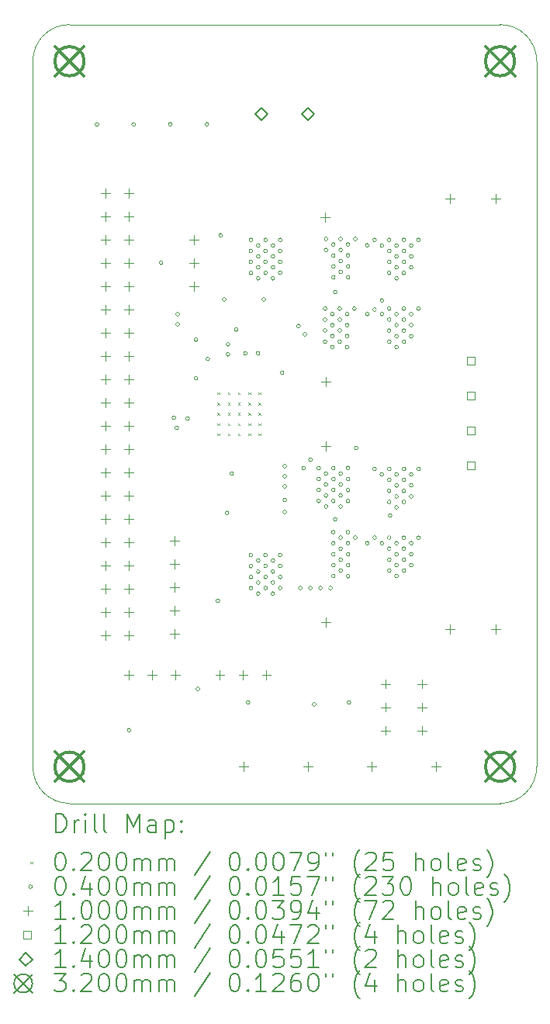
<source format=gbr>
%FSLAX45Y45*%
G04 Gerber Fmt 4.5, Leading zero omitted, Abs format (unit mm)*
G04 Created by KiCad (PCBNEW (6.0.5)) date 2024-12-30 17:38:07*
%MOMM*%
%LPD*%
G01*
G04 APERTURE LIST*
%TA.AperFunction,Profile*%
%ADD10C,0.100000*%
%TD*%
%ADD11C,0.200000*%
%ADD12C,0.020000*%
%ADD13C,0.040000*%
%ADD14C,0.100000*%
%ADD15C,0.120000*%
%ADD16C,0.140000*%
%ADD17C,0.320000*%
G04 APERTURE END LIST*
D10*
X17200000Y-14800000D02*
G75*
G03*
X17600000Y-14400000I0J400000D01*
G01*
X17200000Y-6300000D02*
X12500000Y-6300000D01*
X17600000Y-14400000D02*
X17600000Y-6700000D01*
X12100000Y-14400000D02*
G75*
G03*
X12500000Y-14800000I400000J0D01*
G01*
X12500000Y-6300000D02*
G75*
G03*
X12100000Y-6700000I0J-400000D01*
G01*
X12500000Y-14800000D02*
X17200000Y-14800000D01*
X17600000Y-6700000D02*
G75*
G03*
X17200000Y-6300000I-400000J0D01*
G01*
X12100000Y-6700000D02*
X12100000Y-14400000D01*
D11*
D12*
X14115000Y-10315000D02*
X14135000Y-10335000D01*
X14135000Y-10315000D02*
X14115000Y-10335000D01*
X14115000Y-10427500D02*
X14135000Y-10447500D01*
X14135000Y-10427500D02*
X14115000Y-10447500D01*
X14115000Y-10540000D02*
X14135000Y-10560000D01*
X14135000Y-10540000D02*
X14115000Y-10560000D01*
X14115000Y-10652500D02*
X14135000Y-10672500D01*
X14135000Y-10652500D02*
X14115000Y-10672500D01*
X14115000Y-10765000D02*
X14135000Y-10785000D01*
X14135000Y-10765000D02*
X14115000Y-10785000D01*
X14227500Y-10315000D02*
X14247500Y-10335000D01*
X14247500Y-10315000D02*
X14227500Y-10335000D01*
X14227500Y-10427500D02*
X14247500Y-10447500D01*
X14247500Y-10427500D02*
X14227500Y-10447500D01*
X14227500Y-10540000D02*
X14247500Y-10560000D01*
X14247500Y-10540000D02*
X14227500Y-10560000D01*
X14227500Y-10652500D02*
X14247500Y-10672500D01*
X14247500Y-10652500D02*
X14227500Y-10672500D01*
X14227500Y-10765000D02*
X14247500Y-10785000D01*
X14247500Y-10765000D02*
X14227500Y-10785000D01*
X14340000Y-10315000D02*
X14360000Y-10335000D01*
X14360000Y-10315000D02*
X14340000Y-10335000D01*
X14340000Y-10427500D02*
X14360000Y-10447500D01*
X14360000Y-10427500D02*
X14340000Y-10447500D01*
X14340000Y-10540000D02*
X14360000Y-10560000D01*
X14360000Y-10540000D02*
X14340000Y-10560000D01*
X14340000Y-10652500D02*
X14360000Y-10672500D01*
X14360000Y-10652500D02*
X14340000Y-10672500D01*
X14340000Y-10765000D02*
X14360000Y-10785000D01*
X14360000Y-10765000D02*
X14340000Y-10785000D01*
X14452500Y-10315000D02*
X14472500Y-10335000D01*
X14472500Y-10315000D02*
X14452500Y-10335000D01*
X14452500Y-10427500D02*
X14472500Y-10447500D01*
X14472500Y-10427500D02*
X14452500Y-10447500D01*
X14452500Y-10540000D02*
X14472500Y-10560000D01*
X14472500Y-10540000D02*
X14452500Y-10560000D01*
X14452500Y-10652500D02*
X14472500Y-10672500D01*
X14472500Y-10652500D02*
X14452500Y-10672500D01*
X14452500Y-10765000D02*
X14472500Y-10785000D01*
X14472500Y-10765000D02*
X14452500Y-10785000D01*
X14565000Y-10315000D02*
X14585000Y-10335000D01*
X14585000Y-10315000D02*
X14565000Y-10335000D01*
X14565000Y-10427500D02*
X14585000Y-10447500D01*
X14585000Y-10427500D02*
X14565000Y-10447500D01*
X14565000Y-10540000D02*
X14585000Y-10560000D01*
X14585000Y-10540000D02*
X14565000Y-10560000D01*
X14565000Y-10652500D02*
X14585000Y-10672500D01*
X14585000Y-10652500D02*
X14565000Y-10672500D01*
X14565000Y-10765000D02*
X14585000Y-10785000D01*
X14585000Y-10765000D02*
X14565000Y-10785000D01*
D13*
X12820000Y-7388750D02*
G75*
G03*
X12820000Y-7388750I-20000J0D01*
G01*
X13170000Y-14000000D02*
G75*
G03*
X13170000Y-14000000I-20000J0D01*
G01*
X13220000Y-7388750D02*
G75*
G03*
X13220000Y-7388750I-20000J0D01*
G01*
X13520000Y-8900000D02*
G75*
G03*
X13520000Y-8900000I-20000J0D01*
G01*
X13620000Y-7388750D02*
G75*
G03*
X13620000Y-7388750I-20000J0D01*
G01*
X13660000Y-10590000D02*
G75*
G03*
X13660000Y-10590000I-20000J0D01*
G01*
X13690000Y-10700000D02*
G75*
G03*
X13690000Y-10700000I-20000J0D01*
G01*
X13700000Y-9460000D02*
G75*
G03*
X13700000Y-9460000I-20000J0D01*
G01*
X13700000Y-9570000D02*
G75*
G03*
X13700000Y-9570000I-20000J0D01*
G01*
X13810000Y-10600000D02*
G75*
G03*
X13810000Y-10600000I-20000J0D01*
G01*
X13900000Y-9740000D02*
G75*
G03*
X13900000Y-9740000I-20000J0D01*
G01*
X13900000Y-10160000D02*
G75*
G03*
X13900000Y-10160000I-20000J0D01*
G01*
X13920000Y-13550000D02*
G75*
G03*
X13920000Y-13550000I-20000J0D01*
G01*
X14020000Y-7388750D02*
G75*
G03*
X14020000Y-7388750I-20000J0D01*
G01*
X14030000Y-9950000D02*
G75*
G03*
X14030000Y-9950000I-20000J0D01*
G01*
X14140000Y-12590000D02*
G75*
G03*
X14140000Y-12590000I-20000J0D01*
G01*
X14170000Y-8600000D02*
G75*
G03*
X14170000Y-8600000I-20000J0D01*
G01*
X14210000Y-9300000D02*
G75*
G03*
X14210000Y-9300000I-20000J0D01*
G01*
X14240000Y-11630000D02*
G75*
G03*
X14240000Y-11630000I-20000J0D01*
G01*
X14250000Y-9790000D02*
G75*
G03*
X14250000Y-9790000I-20000J0D01*
G01*
X14250000Y-9900000D02*
G75*
G03*
X14250000Y-9900000I-20000J0D01*
G01*
X14290000Y-11200000D02*
G75*
G03*
X14290000Y-11200000I-20000J0D01*
G01*
X14340000Y-9630000D02*
G75*
G03*
X14340000Y-9630000I-20000J0D01*
G01*
X14440000Y-9890000D02*
G75*
G03*
X14440000Y-9890000I-20000J0D01*
G01*
X14470000Y-13700000D02*
G75*
G03*
X14470000Y-13700000I-20000J0D01*
G01*
X14500000Y-8650000D02*
G75*
G03*
X14500000Y-8650000I-20000J0D01*
G01*
X14500000Y-8770000D02*
G75*
G03*
X14500000Y-8770000I-20000J0D01*
G01*
X14500000Y-8890000D02*
G75*
G03*
X14500000Y-8890000I-20000J0D01*
G01*
X14500000Y-9010000D02*
G75*
G03*
X14500000Y-9010000I-20000J0D01*
G01*
X14500000Y-12090000D02*
G75*
G03*
X14500000Y-12090000I-20000J0D01*
G01*
X14500000Y-12210000D02*
G75*
G03*
X14500000Y-12210000I-20000J0D01*
G01*
X14500000Y-12330000D02*
G75*
G03*
X14500000Y-12330000I-20000J0D01*
G01*
X14500000Y-12450000D02*
G75*
G03*
X14500000Y-12450000I-20000J0D01*
G01*
X14577268Y-9888337D02*
G75*
G03*
X14577268Y-9888337I-20000J0D01*
G01*
X14580000Y-8710000D02*
G75*
G03*
X14580000Y-8710000I-20000J0D01*
G01*
X14580000Y-8830000D02*
G75*
G03*
X14580000Y-8830000I-20000J0D01*
G01*
X14580000Y-8950000D02*
G75*
G03*
X14580000Y-8950000I-20000J0D01*
G01*
X14580000Y-9070000D02*
G75*
G03*
X14580000Y-9070000I-20000J0D01*
G01*
X14580000Y-12150000D02*
G75*
G03*
X14580000Y-12150000I-20000J0D01*
G01*
X14580000Y-12270000D02*
G75*
G03*
X14580000Y-12270000I-20000J0D01*
G01*
X14580000Y-12390000D02*
G75*
G03*
X14580000Y-12390000I-20000J0D01*
G01*
X14580000Y-12510000D02*
G75*
G03*
X14580000Y-12510000I-20000J0D01*
G01*
X14640000Y-9300000D02*
G75*
G03*
X14640000Y-9300000I-20000J0D01*
G01*
X14660000Y-8650000D02*
G75*
G03*
X14660000Y-8650000I-20000J0D01*
G01*
X14660000Y-8770000D02*
G75*
G03*
X14660000Y-8770000I-20000J0D01*
G01*
X14660000Y-8890000D02*
G75*
G03*
X14660000Y-8890000I-20000J0D01*
G01*
X14660000Y-9010000D02*
G75*
G03*
X14660000Y-9010000I-20000J0D01*
G01*
X14660000Y-12090000D02*
G75*
G03*
X14660000Y-12090000I-20000J0D01*
G01*
X14660000Y-12210000D02*
G75*
G03*
X14660000Y-12210000I-20000J0D01*
G01*
X14660000Y-12330000D02*
G75*
G03*
X14660000Y-12330000I-20000J0D01*
G01*
X14660000Y-12450000D02*
G75*
G03*
X14660000Y-12450000I-20000J0D01*
G01*
X14740000Y-8710000D02*
G75*
G03*
X14740000Y-8710000I-20000J0D01*
G01*
X14740000Y-8830000D02*
G75*
G03*
X14740000Y-8830000I-20000J0D01*
G01*
X14740000Y-8950000D02*
G75*
G03*
X14740000Y-8950000I-20000J0D01*
G01*
X14740000Y-9070000D02*
G75*
G03*
X14740000Y-9070000I-20000J0D01*
G01*
X14740000Y-12150000D02*
G75*
G03*
X14740000Y-12150000I-20000J0D01*
G01*
X14740000Y-12270000D02*
G75*
G03*
X14740000Y-12270000I-20000J0D01*
G01*
X14740000Y-12390000D02*
G75*
G03*
X14740000Y-12390000I-20000J0D01*
G01*
X14740000Y-12510000D02*
G75*
G03*
X14740000Y-12510000I-20000J0D01*
G01*
X14820000Y-8650000D02*
G75*
G03*
X14820000Y-8650000I-20000J0D01*
G01*
X14820000Y-8770000D02*
G75*
G03*
X14820000Y-8770000I-20000J0D01*
G01*
X14820000Y-8890000D02*
G75*
G03*
X14820000Y-8890000I-20000J0D01*
G01*
X14820000Y-9010000D02*
G75*
G03*
X14820000Y-9010000I-20000J0D01*
G01*
X14820000Y-12090000D02*
G75*
G03*
X14820000Y-12090000I-20000J0D01*
G01*
X14820000Y-12210000D02*
G75*
G03*
X14820000Y-12210000I-20000J0D01*
G01*
X14820000Y-12330000D02*
G75*
G03*
X14820000Y-12330000I-20000J0D01*
G01*
X14820000Y-12450000D02*
G75*
G03*
X14820000Y-12450000I-20000J0D01*
G01*
X14840000Y-10100000D02*
G75*
G03*
X14840000Y-10100000I-20000J0D01*
G01*
X14870000Y-11120000D02*
G75*
G03*
X14870000Y-11120000I-20000J0D01*
G01*
X14870000Y-11230000D02*
G75*
G03*
X14870000Y-11230000I-20000J0D01*
G01*
X14870000Y-11340000D02*
G75*
G03*
X14870000Y-11340000I-20000J0D01*
G01*
X14870000Y-11490000D02*
G75*
G03*
X14870000Y-11490000I-20000J0D01*
G01*
X14870000Y-11620000D02*
G75*
G03*
X14870000Y-11620000I-20000J0D01*
G01*
X15020000Y-9590000D02*
G75*
G03*
X15020000Y-9590000I-20000J0D01*
G01*
X15040000Y-12450000D02*
G75*
G03*
X15040000Y-12450000I-20000J0D01*
G01*
X15075050Y-11140000D02*
G75*
G03*
X15075050Y-11140000I-20000J0D01*
G01*
X15090000Y-9680000D02*
G75*
G03*
X15090000Y-9680000I-20000J0D01*
G01*
X15150000Y-11050000D02*
G75*
G03*
X15150000Y-11050000I-20000J0D01*
G01*
X15150050Y-12450000D02*
G75*
G03*
X15150050Y-12450000I-20000J0D01*
G01*
X15190000Y-13720000D02*
G75*
G03*
X15190000Y-13720000I-20000J0D01*
G01*
X15240000Y-11140000D02*
G75*
G03*
X15240000Y-11140000I-20000J0D01*
G01*
X15240000Y-11260000D02*
G75*
G03*
X15240000Y-11260000I-20000J0D01*
G01*
X15240000Y-11380000D02*
G75*
G03*
X15240000Y-11380000I-20000J0D01*
G01*
X15240000Y-11500000D02*
G75*
G03*
X15240000Y-11500000I-20000J0D01*
G01*
X15260000Y-12450000D02*
G75*
G03*
X15260000Y-12450000I-20000J0D01*
G01*
X15310000Y-9400000D02*
G75*
G03*
X15310000Y-9400000I-20000J0D01*
G01*
X15310000Y-9520000D02*
G75*
G03*
X15310000Y-9520000I-20000J0D01*
G01*
X15310000Y-9640000D02*
G75*
G03*
X15310000Y-9640000I-20000J0D01*
G01*
X15310000Y-9760000D02*
G75*
G03*
X15310000Y-9760000I-20000J0D01*
G01*
X15320000Y-8640000D02*
G75*
G03*
X15320000Y-8640000I-20000J0D01*
G01*
X15320000Y-8760000D02*
G75*
G03*
X15320000Y-8760000I-20000J0D01*
G01*
X15320000Y-11200000D02*
G75*
G03*
X15320000Y-11200000I-20000J0D01*
G01*
X15320000Y-11320000D02*
G75*
G03*
X15320000Y-11320000I-20000J0D01*
G01*
X15320000Y-11440000D02*
G75*
G03*
X15320000Y-11440000I-20000J0D01*
G01*
X15320000Y-11560000D02*
G75*
G03*
X15320000Y-11560000I-20000J0D01*
G01*
X15370000Y-12450000D02*
G75*
G03*
X15370000Y-12450000I-20000J0D01*
G01*
X15390000Y-9460000D02*
G75*
G03*
X15390000Y-9460000I-20000J0D01*
G01*
X15390000Y-9580000D02*
G75*
G03*
X15390000Y-9580000I-20000J0D01*
G01*
X15390000Y-9700000D02*
G75*
G03*
X15390000Y-9700000I-20000J0D01*
G01*
X15390000Y-9820000D02*
G75*
G03*
X15390000Y-9820000I-20000J0D01*
G01*
X15400000Y-8700000D02*
G75*
G03*
X15400000Y-8700000I-20000J0D01*
G01*
X15400000Y-8820000D02*
G75*
G03*
X15400000Y-8820000I-20000J0D01*
G01*
X15400000Y-8940000D02*
G75*
G03*
X15400000Y-8940000I-20000J0D01*
G01*
X15400000Y-9060000D02*
G75*
G03*
X15400000Y-9060000I-20000J0D01*
G01*
X15400000Y-11140000D02*
G75*
G03*
X15400000Y-11140000I-20000J0D01*
G01*
X15400000Y-11260000D02*
G75*
G03*
X15400000Y-11260000I-20000J0D01*
G01*
X15400000Y-11380000D02*
G75*
G03*
X15400000Y-11380000I-20000J0D01*
G01*
X15400000Y-11500000D02*
G75*
G03*
X15400000Y-11500000I-20000J0D01*
G01*
X15400000Y-11840000D02*
G75*
G03*
X15400000Y-11840000I-20000J0D01*
G01*
X15400000Y-11960000D02*
G75*
G03*
X15400000Y-11960000I-20000J0D01*
G01*
X15400000Y-12080000D02*
G75*
G03*
X15400000Y-12080000I-20000J0D01*
G01*
X15400000Y-12200000D02*
G75*
G03*
X15400000Y-12200000I-20000J0D01*
G01*
X15400000Y-12320000D02*
G75*
G03*
X15400000Y-12320000I-20000J0D01*
G01*
X15420000Y-9220000D02*
G75*
G03*
X15420000Y-9220000I-20000J0D01*
G01*
X15420000Y-11700000D02*
G75*
G03*
X15420000Y-11700000I-20000J0D01*
G01*
X15470000Y-9400000D02*
G75*
G03*
X15470000Y-9400000I-20000J0D01*
G01*
X15470000Y-9520000D02*
G75*
G03*
X15470000Y-9520000I-20000J0D01*
G01*
X15470000Y-9640000D02*
G75*
G03*
X15470000Y-9640000I-20000J0D01*
G01*
X15470000Y-9760000D02*
G75*
G03*
X15470000Y-9760000I-20000J0D01*
G01*
X15480000Y-8640000D02*
G75*
G03*
X15480000Y-8640000I-20000J0D01*
G01*
X15480000Y-8760000D02*
G75*
G03*
X15480000Y-8760000I-20000J0D01*
G01*
X15480000Y-8880000D02*
G75*
G03*
X15480000Y-8880000I-20000J0D01*
G01*
X15480000Y-9000000D02*
G75*
G03*
X15480000Y-9000000I-20000J0D01*
G01*
X15480000Y-11200000D02*
G75*
G03*
X15480000Y-11200000I-20000J0D01*
G01*
X15480000Y-11320000D02*
G75*
G03*
X15480000Y-11320000I-20000J0D01*
G01*
X15480000Y-11440000D02*
G75*
G03*
X15480000Y-11440000I-20000J0D01*
G01*
X15480000Y-11560000D02*
G75*
G03*
X15480000Y-11560000I-20000J0D01*
G01*
X15480000Y-11900000D02*
G75*
G03*
X15480000Y-11900000I-20000J0D01*
G01*
X15480000Y-12020000D02*
G75*
G03*
X15480000Y-12020000I-20000J0D01*
G01*
X15480000Y-12140000D02*
G75*
G03*
X15480000Y-12140000I-20000J0D01*
G01*
X15480000Y-12260000D02*
G75*
G03*
X15480000Y-12260000I-20000J0D01*
G01*
X15550000Y-9460000D02*
G75*
G03*
X15550000Y-9460000I-20000J0D01*
G01*
X15550000Y-9580000D02*
G75*
G03*
X15550000Y-9580000I-20000J0D01*
G01*
X15550000Y-9700000D02*
G75*
G03*
X15550000Y-9700000I-20000J0D01*
G01*
X15550000Y-9820000D02*
G75*
G03*
X15550000Y-9820000I-20000J0D01*
G01*
X15560000Y-8700000D02*
G75*
G03*
X15560000Y-8700000I-20000J0D01*
G01*
X15560000Y-8820000D02*
G75*
G03*
X15560000Y-8820000I-20000J0D01*
G01*
X15560000Y-8940000D02*
G75*
G03*
X15560000Y-8940000I-20000J0D01*
G01*
X15560000Y-9060000D02*
G75*
G03*
X15560000Y-9060000I-20000J0D01*
G01*
X15560000Y-11140000D02*
G75*
G03*
X15560000Y-11140000I-20000J0D01*
G01*
X15560000Y-11260000D02*
G75*
G03*
X15560000Y-11260000I-20000J0D01*
G01*
X15560000Y-11380000D02*
G75*
G03*
X15560000Y-11380000I-20000J0D01*
G01*
X15560000Y-11500000D02*
G75*
G03*
X15560000Y-11500000I-20000J0D01*
G01*
X15560000Y-11840000D02*
G75*
G03*
X15560000Y-11840000I-20000J0D01*
G01*
X15560000Y-11960000D02*
G75*
G03*
X15560000Y-11960000I-20000J0D01*
G01*
X15560000Y-12080000D02*
G75*
G03*
X15560000Y-12080000I-20000J0D01*
G01*
X15560000Y-12200000D02*
G75*
G03*
X15560000Y-12200000I-20000J0D01*
G01*
X15560000Y-12320000D02*
G75*
G03*
X15560000Y-12320000I-20000J0D01*
G01*
X15570000Y-13700000D02*
G75*
G03*
X15570000Y-13700000I-20000J0D01*
G01*
X15630000Y-9400000D02*
G75*
G03*
X15630000Y-9400000I-20000J0D01*
G01*
X15640000Y-8640000D02*
G75*
G03*
X15640000Y-8640000I-20000J0D01*
G01*
X15640000Y-11900000D02*
G75*
G03*
X15640000Y-11900000I-20000J0D01*
G01*
X15650000Y-10920000D02*
G75*
G03*
X15650000Y-10920000I-20000J0D01*
G01*
X15770000Y-8710000D02*
G75*
G03*
X15770000Y-8710000I-20000J0D01*
G01*
X15770000Y-9460000D02*
G75*
G03*
X15770000Y-9460000I-20000J0D01*
G01*
X15770000Y-11960000D02*
G75*
G03*
X15770000Y-11960000I-20000J0D01*
G01*
X15850000Y-8650000D02*
G75*
G03*
X15850000Y-8650000I-20000J0D01*
G01*
X15850000Y-9410000D02*
G75*
G03*
X15850000Y-9410000I-20000J0D01*
G01*
X15850000Y-11150000D02*
G75*
G03*
X15850000Y-11150000I-20000J0D01*
G01*
X15850000Y-11900000D02*
G75*
G03*
X15850000Y-11900000I-20000J0D01*
G01*
X15930000Y-8710000D02*
G75*
G03*
X15930000Y-8710000I-20000J0D01*
G01*
X15930000Y-9310000D02*
G75*
G03*
X15930000Y-9310000I-20000J0D01*
G01*
X15930000Y-9460000D02*
G75*
G03*
X15930000Y-9460000I-20000J0D01*
G01*
X15930000Y-11210000D02*
G75*
G03*
X15930000Y-11210000I-20000J0D01*
G01*
X15930000Y-11960000D02*
G75*
G03*
X15930000Y-11960000I-20000J0D01*
G01*
X16010000Y-8650000D02*
G75*
G03*
X16010000Y-8650000I-20000J0D01*
G01*
X16010000Y-8770000D02*
G75*
G03*
X16010000Y-8770000I-20000J0D01*
G01*
X16010000Y-8890000D02*
G75*
G03*
X16010000Y-8890000I-20000J0D01*
G01*
X16010000Y-9010000D02*
G75*
G03*
X16010000Y-9010000I-20000J0D01*
G01*
X16010000Y-9400000D02*
G75*
G03*
X16010000Y-9400000I-20000J0D01*
G01*
X16010000Y-9520000D02*
G75*
G03*
X16010000Y-9520000I-20000J0D01*
G01*
X16010000Y-9640000D02*
G75*
G03*
X16010000Y-9640000I-20000J0D01*
G01*
X16010000Y-9760000D02*
G75*
G03*
X16010000Y-9760000I-20000J0D01*
G01*
X16010000Y-11150000D02*
G75*
G03*
X16010000Y-11150000I-20000J0D01*
G01*
X16010000Y-11270000D02*
G75*
G03*
X16010000Y-11270000I-20000J0D01*
G01*
X16010000Y-11390000D02*
G75*
G03*
X16010000Y-11390000I-20000J0D01*
G01*
X16010000Y-11510000D02*
G75*
G03*
X16010000Y-11510000I-20000J0D01*
G01*
X16010000Y-11900000D02*
G75*
G03*
X16010000Y-11900000I-20000J0D01*
G01*
X16010000Y-12020000D02*
G75*
G03*
X16010000Y-12020000I-20000J0D01*
G01*
X16010000Y-12140000D02*
G75*
G03*
X16010000Y-12140000I-20000J0D01*
G01*
X16010000Y-12260000D02*
G75*
G03*
X16010000Y-12260000I-20000J0D01*
G01*
X16020000Y-11660000D02*
G75*
G03*
X16020000Y-11660000I-20000J0D01*
G01*
X16090000Y-8710000D02*
G75*
G03*
X16090000Y-8710000I-20000J0D01*
G01*
X16090000Y-8830000D02*
G75*
G03*
X16090000Y-8830000I-20000J0D01*
G01*
X16090000Y-8950000D02*
G75*
G03*
X16090000Y-8950000I-20000J0D01*
G01*
X16090000Y-9070000D02*
G75*
G03*
X16090000Y-9070000I-20000J0D01*
G01*
X16090000Y-9460000D02*
G75*
G03*
X16090000Y-9460000I-20000J0D01*
G01*
X16090000Y-9580000D02*
G75*
G03*
X16090000Y-9580000I-20000J0D01*
G01*
X16090000Y-9700000D02*
G75*
G03*
X16090000Y-9700000I-20000J0D01*
G01*
X16090000Y-9820000D02*
G75*
G03*
X16090000Y-9820000I-20000J0D01*
G01*
X16090000Y-11210000D02*
G75*
G03*
X16090000Y-11210000I-20000J0D01*
G01*
X16090000Y-11330000D02*
G75*
G03*
X16090000Y-11330000I-20000J0D01*
G01*
X16090000Y-11450000D02*
G75*
G03*
X16090000Y-11450000I-20000J0D01*
G01*
X16090000Y-11570000D02*
G75*
G03*
X16090000Y-11570000I-20000J0D01*
G01*
X16090000Y-11960000D02*
G75*
G03*
X16090000Y-11960000I-20000J0D01*
G01*
X16090000Y-12080000D02*
G75*
G03*
X16090000Y-12080000I-20000J0D01*
G01*
X16090000Y-12200000D02*
G75*
G03*
X16090000Y-12200000I-20000J0D01*
G01*
X16090000Y-12320000D02*
G75*
G03*
X16090000Y-12320000I-20000J0D01*
G01*
X16170000Y-8650000D02*
G75*
G03*
X16170000Y-8650000I-20000J0D01*
G01*
X16170000Y-8770000D02*
G75*
G03*
X16170000Y-8770000I-20000J0D01*
G01*
X16170000Y-8890000D02*
G75*
G03*
X16170000Y-8890000I-20000J0D01*
G01*
X16170000Y-9010000D02*
G75*
G03*
X16170000Y-9010000I-20000J0D01*
G01*
X16170000Y-9400000D02*
G75*
G03*
X16170000Y-9400000I-20000J0D01*
G01*
X16170000Y-9520000D02*
G75*
G03*
X16170000Y-9520000I-20000J0D01*
G01*
X16170000Y-9640000D02*
G75*
G03*
X16170000Y-9640000I-20000J0D01*
G01*
X16170000Y-9760000D02*
G75*
G03*
X16170000Y-9760000I-20000J0D01*
G01*
X16170000Y-11150000D02*
G75*
G03*
X16170000Y-11150000I-20000J0D01*
G01*
X16170000Y-11270000D02*
G75*
G03*
X16170000Y-11270000I-20000J0D01*
G01*
X16170000Y-11390000D02*
G75*
G03*
X16170000Y-11390000I-20000J0D01*
G01*
X16170000Y-11510000D02*
G75*
G03*
X16170000Y-11510000I-20000J0D01*
G01*
X16170000Y-11900000D02*
G75*
G03*
X16170000Y-11900000I-20000J0D01*
G01*
X16170000Y-12020000D02*
G75*
G03*
X16170000Y-12020000I-20000J0D01*
G01*
X16170000Y-12140000D02*
G75*
G03*
X16170000Y-12140000I-20000J0D01*
G01*
X16170000Y-12260000D02*
G75*
G03*
X16170000Y-12260000I-20000J0D01*
G01*
X16250000Y-8710000D02*
G75*
G03*
X16250000Y-8710000I-20000J0D01*
G01*
X16250000Y-8830000D02*
G75*
G03*
X16250000Y-8830000I-20000J0D01*
G01*
X16250000Y-8950000D02*
G75*
G03*
X16250000Y-8950000I-20000J0D01*
G01*
X16250000Y-9460000D02*
G75*
G03*
X16250000Y-9460000I-20000J0D01*
G01*
X16250000Y-9580000D02*
G75*
G03*
X16250000Y-9580000I-20000J0D01*
G01*
X16250000Y-9700000D02*
G75*
G03*
X16250000Y-9700000I-20000J0D01*
G01*
X16250000Y-11210000D02*
G75*
G03*
X16250000Y-11210000I-20000J0D01*
G01*
X16250000Y-11330000D02*
G75*
G03*
X16250000Y-11330000I-20000J0D01*
G01*
X16250000Y-11450000D02*
G75*
G03*
X16250000Y-11450000I-20000J0D01*
G01*
X16250000Y-11960000D02*
G75*
G03*
X16250000Y-11960000I-20000J0D01*
G01*
X16250000Y-12080000D02*
G75*
G03*
X16250000Y-12080000I-20000J0D01*
G01*
X16250000Y-12200000D02*
G75*
G03*
X16250000Y-12200000I-20000J0D01*
G01*
X16330000Y-8650000D02*
G75*
G03*
X16330000Y-8650000I-20000J0D01*
G01*
X16330000Y-9400000D02*
G75*
G03*
X16330000Y-9400000I-20000J0D01*
G01*
X16330000Y-11150000D02*
G75*
G03*
X16330000Y-11150000I-20000J0D01*
G01*
X16330000Y-11900000D02*
G75*
G03*
X16330000Y-11900000I-20000J0D01*
G01*
D14*
X12896000Y-8087000D02*
X12896000Y-8187000D01*
X12846000Y-8137000D02*
X12946000Y-8137000D01*
X12896000Y-8341000D02*
X12896000Y-8441000D01*
X12846000Y-8391000D02*
X12946000Y-8391000D01*
X12896000Y-8595000D02*
X12896000Y-8695000D01*
X12846000Y-8645000D02*
X12946000Y-8645000D01*
X12896000Y-8849000D02*
X12896000Y-8949000D01*
X12846000Y-8899000D02*
X12946000Y-8899000D01*
X12896000Y-9103000D02*
X12896000Y-9203000D01*
X12846000Y-9153000D02*
X12946000Y-9153000D01*
X12896000Y-9357000D02*
X12896000Y-9457000D01*
X12846000Y-9407000D02*
X12946000Y-9407000D01*
X12896000Y-9611000D02*
X12896000Y-9711000D01*
X12846000Y-9661000D02*
X12946000Y-9661000D01*
X12896000Y-9865000D02*
X12896000Y-9965000D01*
X12846000Y-9915000D02*
X12946000Y-9915000D01*
X12896000Y-10119000D02*
X12896000Y-10219000D01*
X12846000Y-10169000D02*
X12946000Y-10169000D01*
X12896000Y-10373000D02*
X12896000Y-10473000D01*
X12846000Y-10423000D02*
X12946000Y-10423000D01*
X12896000Y-10627000D02*
X12896000Y-10727000D01*
X12846000Y-10677000D02*
X12946000Y-10677000D01*
X12896000Y-10881000D02*
X12896000Y-10981000D01*
X12846000Y-10931000D02*
X12946000Y-10931000D01*
X12896000Y-11135000D02*
X12896000Y-11235000D01*
X12846000Y-11185000D02*
X12946000Y-11185000D01*
X12896000Y-11389000D02*
X12896000Y-11489000D01*
X12846000Y-11439000D02*
X12946000Y-11439000D01*
X12896000Y-11643000D02*
X12896000Y-11743000D01*
X12846000Y-11693000D02*
X12946000Y-11693000D01*
X12896000Y-11897000D02*
X12896000Y-11997000D01*
X12846000Y-11947000D02*
X12946000Y-11947000D01*
X12896000Y-12151000D02*
X12896000Y-12251000D01*
X12846000Y-12201000D02*
X12946000Y-12201000D01*
X12896000Y-12405000D02*
X12896000Y-12505000D01*
X12846000Y-12455000D02*
X12946000Y-12455000D01*
X12896000Y-12659000D02*
X12896000Y-12759000D01*
X12846000Y-12709000D02*
X12946000Y-12709000D01*
X12896000Y-12913000D02*
X12896000Y-13013000D01*
X12846000Y-12963000D02*
X12946000Y-12963000D01*
X13144500Y-13350000D02*
X13144500Y-13450000D01*
X13094500Y-13400000D02*
X13194500Y-13400000D01*
X13150000Y-8087000D02*
X13150000Y-8187000D01*
X13100000Y-8137000D02*
X13200000Y-8137000D01*
X13150000Y-8341000D02*
X13150000Y-8441000D01*
X13100000Y-8391000D02*
X13200000Y-8391000D01*
X13150000Y-8595000D02*
X13150000Y-8695000D01*
X13100000Y-8645000D02*
X13200000Y-8645000D01*
X13150000Y-8849000D02*
X13150000Y-8949000D01*
X13100000Y-8899000D02*
X13200000Y-8899000D01*
X13150000Y-9103000D02*
X13150000Y-9203000D01*
X13100000Y-9153000D02*
X13200000Y-9153000D01*
X13150000Y-9357000D02*
X13150000Y-9457000D01*
X13100000Y-9407000D02*
X13200000Y-9407000D01*
X13150000Y-9611000D02*
X13150000Y-9711000D01*
X13100000Y-9661000D02*
X13200000Y-9661000D01*
X13150000Y-9865000D02*
X13150000Y-9965000D01*
X13100000Y-9915000D02*
X13200000Y-9915000D01*
X13150000Y-10119000D02*
X13150000Y-10219000D01*
X13100000Y-10169000D02*
X13200000Y-10169000D01*
X13150000Y-10373000D02*
X13150000Y-10473000D01*
X13100000Y-10423000D02*
X13200000Y-10423000D01*
X13150000Y-10627000D02*
X13150000Y-10727000D01*
X13100000Y-10677000D02*
X13200000Y-10677000D01*
X13150000Y-10881000D02*
X13150000Y-10981000D01*
X13100000Y-10931000D02*
X13200000Y-10931000D01*
X13150000Y-11135000D02*
X13150000Y-11235000D01*
X13100000Y-11185000D02*
X13200000Y-11185000D01*
X13150000Y-11389000D02*
X13150000Y-11489000D01*
X13100000Y-11439000D02*
X13200000Y-11439000D01*
X13150000Y-11643000D02*
X13150000Y-11743000D01*
X13100000Y-11693000D02*
X13200000Y-11693000D01*
X13150000Y-11897000D02*
X13150000Y-11997000D01*
X13100000Y-11947000D02*
X13200000Y-11947000D01*
X13150000Y-12151000D02*
X13150000Y-12251000D01*
X13100000Y-12201000D02*
X13200000Y-12201000D01*
X13150000Y-12405000D02*
X13150000Y-12505000D01*
X13100000Y-12455000D02*
X13200000Y-12455000D01*
X13150000Y-12659000D02*
X13150000Y-12759000D01*
X13100000Y-12709000D02*
X13200000Y-12709000D01*
X13150000Y-12913000D02*
X13150000Y-13013000D01*
X13100000Y-12963000D02*
X13200000Y-12963000D01*
X13398500Y-13350000D02*
X13398500Y-13450000D01*
X13348500Y-13400000D02*
X13448500Y-13400000D01*
X13650000Y-11884000D02*
X13650000Y-11984000D01*
X13600000Y-11934000D02*
X13700000Y-11934000D01*
X13650000Y-12138000D02*
X13650000Y-12238000D01*
X13600000Y-12188000D02*
X13700000Y-12188000D01*
X13650000Y-12392000D02*
X13650000Y-12492000D01*
X13600000Y-12442000D02*
X13700000Y-12442000D01*
X13650000Y-12646000D02*
X13650000Y-12746000D01*
X13600000Y-12696000D02*
X13700000Y-12696000D01*
X13650000Y-12900000D02*
X13650000Y-13000000D01*
X13600000Y-12950000D02*
X13700000Y-12950000D01*
X13652500Y-13350000D02*
X13652500Y-13450000D01*
X13602500Y-13400000D02*
X13702500Y-13400000D01*
X13860000Y-8596000D02*
X13860000Y-8696000D01*
X13810000Y-8646000D02*
X13910000Y-8646000D01*
X13860000Y-8850000D02*
X13860000Y-8950000D01*
X13810000Y-8900000D02*
X13910000Y-8900000D01*
X13860000Y-9104000D02*
X13860000Y-9204000D01*
X13810000Y-9154000D02*
X13910000Y-9154000D01*
X14142000Y-13350000D02*
X14142000Y-13450000D01*
X14092000Y-13400000D02*
X14192000Y-13400000D01*
X14396000Y-13350000D02*
X14396000Y-13450000D01*
X14346000Y-13400000D02*
X14446000Y-13400000D01*
X14400000Y-14350000D02*
X14400000Y-14450000D01*
X14350000Y-14400000D02*
X14450000Y-14400000D01*
X14650000Y-13350000D02*
X14650000Y-13450000D01*
X14600000Y-13400000D02*
X14700000Y-13400000D01*
X15100000Y-14350000D02*
X15100000Y-14450000D01*
X15050000Y-14400000D02*
X15150000Y-14400000D01*
X15290000Y-8350000D02*
X15290000Y-8450000D01*
X15240000Y-8400000D02*
X15340000Y-8400000D01*
X15300000Y-10150000D02*
X15300000Y-10250000D01*
X15250000Y-10200000D02*
X15350000Y-10200000D01*
X15300000Y-10850000D02*
X15300000Y-10950000D01*
X15250000Y-10900000D02*
X15350000Y-10900000D01*
X15300000Y-12770000D02*
X15300000Y-12870000D01*
X15250000Y-12820000D02*
X15350000Y-12820000D01*
X15800000Y-14350000D02*
X15800000Y-14450000D01*
X15750000Y-14400000D02*
X15850000Y-14400000D01*
X15950000Y-13446000D02*
X15950000Y-13546000D01*
X15900000Y-13496000D02*
X16000000Y-13496000D01*
X15950000Y-13700000D02*
X15950000Y-13800000D01*
X15900000Y-13750000D02*
X16000000Y-13750000D01*
X15950000Y-13954000D02*
X15950000Y-14054000D01*
X15900000Y-14004000D02*
X16000000Y-14004000D01*
X16350000Y-13446000D02*
X16350000Y-13546000D01*
X16300000Y-13496000D02*
X16400000Y-13496000D01*
X16350000Y-13700000D02*
X16350000Y-13800000D01*
X16300000Y-13750000D02*
X16400000Y-13750000D01*
X16350000Y-13954000D02*
X16350000Y-14054000D01*
X16300000Y-14004000D02*
X16400000Y-14004000D01*
X16500000Y-14350000D02*
X16500000Y-14450000D01*
X16450000Y-14400000D02*
X16550000Y-14400000D01*
X16654232Y-8150000D02*
X16654232Y-8250000D01*
X16604232Y-8200000D02*
X16704232Y-8200000D01*
X16654232Y-12850000D02*
X16654232Y-12950000D01*
X16604232Y-12900000D02*
X16704232Y-12900000D01*
X17154232Y-8150000D02*
X17154232Y-8250000D01*
X17104232Y-8200000D02*
X17204232Y-8200000D01*
X17154232Y-12850000D02*
X17154232Y-12950000D01*
X17104232Y-12900000D02*
X17204232Y-12900000D01*
D15*
X16924177Y-10015427D02*
X16924177Y-9930573D01*
X16839323Y-9930573D01*
X16839323Y-10015427D01*
X16924177Y-10015427D01*
X16924177Y-10396427D02*
X16924177Y-10311573D01*
X16839323Y-10311573D01*
X16839323Y-10396427D01*
X16924177Y-10396427D01*
X16924177Y-10777427D02*
X16924177Y-10692573D01*
X16839323Y-10692573D01*
X16839323Y-10777427D01*
X16924177Y-10777427D01*
X16924177Y-11158427D02*
X16924177Y-11073573D01*
X16839323Y-11073573D01*
X16839323Y-11158427D01*
X16924177Y-11158427D01*
D16*
X14596000Y-7347750D02*
X14666000Y-7277750D01*
X14596000Y-7207750D01*
X14526000Y-7277750D01*
X14596000Y-7347750D01*
X15104000Y-7347750D02*
X15174000Y-7277750D01*
X15104000Y-7207750D01*
X15034000Y-7277750D01*
X15104000Y-7347750D01*
D17*
X12340000Y-6540000D02*
X12660000Y-6860000D01*
X12660000Y-6540000D02*
X12340000Y-6860000D01*
X12660000Y-6700000D02*
G75*
G03*
X12660000Y-6700000I-160000J0D01*
G01*
X12340000Y-14240000D02*
X12660000Y-14560000D01*
X12660000Y-14240000D02*
X12340000Y-14560000D01*
X12660000Y-14400000D02*
G75*
G03*
X12660000Y-14400000I-160000J0D01*
G01*
X17040000Y-6540000D02*
X17360000Y-6860000D01*
X17360000Y-6540000D02*
X17040000Y-6860000D01*
X17360000Y-6700000D02*
G75*
G03*
X17360000Y-6700000I-160000J0D01*
G01*
X17040000Y-14240000D02*
X17360000Y-14560000D01*
X17360000Y-14240000D02*
X17040000Y-14560000D01*
X17360000Y-14400000D02*
G75*
G03*
X17360000Y-14400000I-160000J0D01*
G01*
D11*
X12352619Y-15115476D02*
X12352619Y-14915476D01*
X12400238Y-14915476D01*
X12428809Y-14925000D01*
X12447857Y-14944048D01*
X12457381Y-14963095D01*
X12466905Y-15001190D01*
X12466905Y-15029762D01*
X12457381Y-15067857D01*
X12447857Y-15086905D01*
X12428809Y-15105952D01*
X12400238Y-15115476D01*
X12352619Y-15115476D01*
X12552619Y-15115476D02*
X12552619Y-14982143D01*
X12552619Y-15020238D02*
X12562143Y-15001190D01*
X12571667Y-14991667D01*
X12590714Y-14982143D01*
X12609762Y-14982143D01*
X12676428Y-15115476D02*
X12676428Y-14982143D01*
X12676428Y-14915476D02*
X12666905Y-14925000D01*
X12676428Y-14934524D01*
X12685952Y-14925000D01*
X12676428Y-14915476D01*
X12676428Y-14934524D01*
X12800238Y-15115476D02*
X12781190Y-15105952D01*
X12771667Y-15086905D01*
X12771667Y-14915476D01*
X12905000Y-15115476D02*
X12885952Y-15105952D01*
X12876428Y-15086905D01*
X12876428Y-14915476D01*
X13133571Y-15115476D02*
X13133571Y-14915476D01*
X13200238Y-15058333D01*
X13266905Y-14915476D01*
X13266905Y-15115476D01*
X13447857Y-15115476D02*
X13447857Y-15010714D01*
X13438333Y-14991667D01*
X13419286Y-14982143D01*
X13381190Y-14982143D01*
X13362143Y-14991667D01*
X13447857Y-15105952D02*
X13428809Y-15115476D01*
X13381190Y-15115476D01*
X13362143Y-15105952D01*
X13352619Y-15086905D01*
X13352619Y-15067857D01*
X13362143Y-15048809D01*
X13381190Y-15039286D01*
X13428809Y-15039286D01*
X13447857Y-15029762D01*
X13543095Y-14982143D02*
X13543095Y-15182143D01*
X13543095Y-14991667D02*
X13562143Y-14982143D01*
X13600238Y-14982143D01*
X13619286Y-14991667D01*
X13628809Y-15001190D01*
X13638333Y-15020238D01*
X13638333Y-15077381D01*
X13628809Y-15096428D01*
X13619286Y-15105952D01*
X13600238Y-15115476D01*
X13562143Y-15115476D01*
X13543095Y-15105952D01*
X13724048Y-15096428D02*
X13733571Y-15105952D01*
X13724048Y-15115476D01*
X13714524Y-15105952D01*
X13724048Y-15096428D01*
X13724048Y-15115476D01*
X13724048Y-14991667D02*
X13733571Y-15001190D01*
X13724048Y-15010714D01*
X13714524Y-15001190D01*
X13724048Y-14991667D01*
X13724048Y-15010714D01*
D12*
X12075000Y-15435000D02*
X12095000Y-15455000D01*
X12095000Y-15435000D02*
X12075000Y-15455000D01*
D11*
X12390714Y-15335476D02*
X12409762Y-15335476D01*
X12428809Y-15345000D01*
X12438333Y-15354524D01*
X12447857Y-15373571D01*
X12457381Y-15411667D01*
X12457381Y-15459286D01*
X12447857Y-15497381D01*
X12438333Y-15516428D01*
X12428809Y-15525952D01*
X12409762Y-15535476D01*
X12390714Y-15535476D01*
X12371667Y-15525952D01*
X12362143Y-15516428D01*
X12352619Y-15497381D01*
X12343095Y-15459286D01*
X12343095Y-15411667D01*
X12352619Y-15373571D01*
X12362143Y-15354524D01*
X12371667Y-15345000D01*
X12390714Y-15335476D01*
X12543095Y-15516428D02*
X12552619Y-15525952D01*
X12543095Y-15535476D01*
X12533571Y-15525952D01*
X12543095Y-15516428D01*
X12543095Y-15535476D01*
X12628809Y-15354524D02*
X12638333Y-15345000D01*
X12657381Y-15335476D01*
X12705000Y-15335476D01*
X12724048Y-15345000D01*
X12733571Y-15354524D01*
X12743095Y-15373571D01*
X12743095Y-15392619D01*
X12733571Y-15421190D01*
X12619286Y-15535476D01*
X12743095Y-15535476D01*
X12866905Y-15335476D02*
X12885952Y-15335476D01*
X12905000Y-15345000D01*
X12914524Y-15354524D01*
X12924048Y-15373571D01*
X12933571Y-15411667D01*
X12933571Y-15459286D01*
X12924048Y-15497381D01*
X12914524Y-15516428D01*
X12905000Y-15525952D01*
X12885952Y-15535476D01*
X12866905Y-15535476D01*
X12847857Y-15525952D01*
X12838333Y-15516428D01*
X12828809Y-15497381D01*
X12819286Y-15459286D01*
X12819286Y-15411667D01*
X12828809Y-15373571D01*
X12838333Y-15354524D01*
X12847857Y-15345000D01*
X12866905Y-15335476D01*
X13057381Y-15335476D02*
X13076428Y-15335476D01*
X13095476Y-15345000D01*
X13105000Y-15354524D01*
X13114524Y-15373571D01*
X13124048Y-15411667D01*
X13124048Y-15459286D01*
X13114524Y-15497381D01*
X13105000Y-15516428D01*
X13095476Y-15525952D01*
X13076428Y-15535476D01*
X13057381Y-15535476D01*
X13038333Y-15525952D01*
X13028809Y-15516428D01*
X13019286Y-15497381D01*
X13009762Y-15459286D01*
X13009762Y-15411667D01*
X13019286Y-15373571D01*
X13028809Y-15354524D01*
X13038333Y-15345000D01*
X13057381Y-15335476D01*
X13209762Y-15535476D02*
X13209762Y-15402143D01*
X13209762Y-15421190D02*
X13219286Y-15411667D01*
X13238333Y-15402143D01*
X13266905Y-15402143D01*
X13285952Y-15411667D01*
X13295476Y-15430714D01*
X13295476Y-15535476D01*
X13295476Y-15430714D02*
X13305000Y-15411667D01*
X13324048Y-15402143D01*
X13352619Y-15402143D01*
X13371667Y-15411667D01*
X13381190Y-15430714D01*
X13381190Y-15535476D01*
X13476428Y-15535476D02*
X13476428Y-15402143D01*
X13476428Y-15421190D02*
X13485952Y-15411667D01*
X13505000Y-15402143D01*
X13533571Y-15402143D01*
X13552619Y-15411667D01*
X13562143Y-15430714D01*
X13562143Y-15535476D01*
X13562143Y-15430714D02*
X13571667Y-15411667D01*
X13590714Y-15402143D01*
X13619286Y-15402143D01*
X13638333Y-15411667D01*
X13647857Y-15430714D01*
X13647857Y-15535476D01*
X14038333Y-15325952D02*
X13866905Y-15583095D01*
X14295476Y-15335476D02*
X14314524Y-15335476D01*
X14333571Y-15345000D01*
X14343095Y-15354524D01*
X14352619Y-15373571D01*
X14362143Y-15411667D01*
X14362143Y-15459286D01*
X14352619Y-15497381D01*
X14343095Y-15516428D01*
X14333571Y-15525952D01*
X14314524Y-15535476D01*
X14295476Y-15535476D01*
X14276428Y-15525952D01*
X14266905Y-15516428D01*
X14257381Y-15497381D01*
X14247857Y-15459286D01*
X14247857Y-15411667D01*
X14257381Y-15373571D01*
X14266905Y-15354524D01*
X14276428Y-15345000D01*
X14295476Y-15335476D01*
X14447857Y-15516428D02*
X14457381Y-15525952D01*
X14447857Y-15535476D01*
X14438333Y-15525952D01*
X14447857Y-15516428D01*
X14447857Y-15535476D01*
X14581190Y-15335476D02*
X14600238Y-15335476D01*
X14619286Y-15345000D01*
X14628809Y-15354524D01*
X14638333Y-15373571D01*
X14647857Y-15411667D01*
X14647857Y-15459286D01*
X14638333Y-15497381D01*
X14628809Y-15516428D01*
X14619286Y-15525952D01*
X14600238Y-15535476D01*
X14581190Y-15535476D01*
X14562143Y-15525952D01*
X14552619Y-15516428D01*
X14543095Y-15497381D01*
X14533571Y-15459286D01*
X14533571Y-15411667D01*
X14543095Y-15373571D01*
X14552619Y-15354524D01*
X14562143Y-15345000D01*
X14581190Y-15335476D01*
X14771667Y-15335476D02*
X14790714Y-15335476D01*
X14809762Y-15345000D01*
X14819286Y-15354524D01*
X14828809Y-15373571D01*
X14838333Y-15411667D01*
X14838333Y-15459286D01*
X14828809Y-15497381D01*
X14819286Y-15516428D01*
X14809762Y-15525952D01*
X14790714Y-15535476D01*
X14771667Y-15535476D01*
X14752619Y-15525952D01*
X14743095Y-15516428D01*
X14733571Y-15497381D01*
X14724048Y-15459286D01*
X14724048Y-15411667D01*
X14733571Y-15373571D01*
X14743095Y-15354524D01*
X14752619Y-15345000D01*
X14771667Y-15335476D01*
X14905000Y-15335476D02*
X15038333Y-15335476D01*
X14952619Y-15535476D01*
X15124048Y-15535476D02*
X15162143Y-15535476D01*
X15181190Y-15525952D01*
X15190714Y-15516428D01*
X15209762Y-15487857D01*
X15219286Y-15449762D01*
X15219286Y-15373571D01*
X15209762Y-15354524D01*
X15200238Y-15345000D01*
X15181190Y-15335476D01*
X15143095Y-15335476D01*
X15124048Y-15345000D01*
X15114524Y-15354524D01*
X15105000Y-15373571D01*
X15105000Y-15421190D01*
X15114524Y-15440238D01*
X15124048Y-15449762D01*
X15143095Y-15459286D01*
X15181190Y-15459286D01*
X15200238Y-15449762D01*
X15209762Y-15440238D01*
X15219286Y-15421190D01*
X15295476Y-15335476D02*
X15295476Y-15373571D01*
X15371667Y-15335476D02*
X15371667Y-15373571D01*
X15666905Y-15611667D02*
X15657381Y-15602143D01*
X15638333Y-15573571D01*
X15628809Y-15554524D01*
X15619286Y-15525952D01*
X15609762Y-15478333D01*
X15609762Y-15440238D01*
X15619286Y-15392619D01*
X15628809Y-15364048D01*
X15638333Y-15345000D01*
X15657381Y-15316428D01*
X15666905Y-15306905D01*
X15733571Y-15354524D02*
X15743095Y-15345000D01*
X15762143Y-15335476D01*
X15809762Y-15335476D01*
X15828809Y-15345000D01*
X15838333Y-15354524D01*
X15847857Y-15373571D01*
X15847857Y-15392619D01*
X15838333Y-15421190D01*
X15724048Y-15535476D01*
X15847857Y-15535476D01*
X16028809Y-15335476D02*
X15933571Y-15335476D01*
X15924048Y-15430714D01*
X15933571Y-15421190D01*
X15952619Y-15411667D01*
X16000238Y-15411667D01*
X16019286Y-15421190D01*
X16028809Y-15430714D01*
X16038333Y-15449762D01*
X16038333Y-15497381D01*
X16028809Y-15516428D01*
X16019286Y-15525952D01*
X16000238Y-15535476D01*
X15952619Y-15535476D01*
X15933571Y-15525952D01*
X15924048Y-15516428D01*
X16276428Y-15535476D02*
X16276428Y-15335476D01*
X16362143Y-15535476D02*
X16362143Y-15430714D01*
X16352619Y-15411667D01*
X16333571Y-15402143D01*
X16305000Y-15402143D01*
X16285952Y-15411667D01*
X16276428Y-15421190D01*
X16485952Y-15535476D02*
X16466905Y-15525952D01*
X16457381Y-15516428D01*
X16447857Y-15497381D01*
X16447857Y-15440238D01*
X16457381Y-15421190D01*
X16466905Y-15411667D01*
X16485952Y-15402143D01*
X16514524Y-15402143D01*
X16533571Y-15411667D01*
X16543095Y-15421190D01*
X16552619Y-15440238D01*
X16552619Y-15497381D01*
X16543095Y-15516428D01*
X16533571Y-15525952D01*
X16514524Y-15535476D01*
X16485952Y-15535476D01*
X16666905Y-15535476D02*
X16647857Y-15525952D01*
X16638333Y-15506905D01*
X16638333Y-15335476D01*
X16819286Y-15525952D02*
X16800238Y-15535476D01*
X16762143Y-15535476D01*
X16743095Y-15525952D01*
X16733571Y-15506905D01*
X16733571Y-15430714D01*
X16743095Y-15411667D01*
X16762143Y-15402143D01*
X16800238Y-15402143D01*
X16819286Y-15411667D01*
X16828810Y-15430714D01*
X16828810Y-15449762D01*
X16733571Y-15468809D01*
X16905000Y-15525952D02*
X16924048Y-15535476D01*
X16962143Y-15535476D01*
X16981190Y-15525952D01*
X16990714Y-15506905D01*
X16990714Y-15497381D01*
X16981190Y-15478333D01*
X16962143Y-15468809D01*
X16933571Y-15468809D01*
X16914524Y-15459286D01*
X16905000Y-15440238D01*
X16905000Y-15430714D01*
X16914524Y-15411667D01*
X16933571Y-15402143D01*
X16962143Y-15402143D01*
X16981190Y-15411667D01*
X17057381Y-15611667D02*
X17066905Y-15602143D01*
X17085952Y-15573571D01*
X17095476Y-15554524D01*
X17105000Y-15525952D01*
X17114524Y-15478333D01*
X17114524Y-15440238D01*
X17105000Y-15392619D01*
X17095476Y-15364048D01*
X17085952Y-15345000D01*
X17066905Y-15316428D01*
X17057381Y-15306905D01*
D13*
X12095000Y-15709000D02*
G75*
G03*
X12095000Y-15709000I-20000J0D01*
G01*
D11*
X12390714Y-15599476D02*
X12409762Y-15599476D01*
X12428809Y-15609000D01*
X12438333Y-15618524D01*
X12447857Y-15637571D01*
X12457381Y-15675667D01*
X12457381Y-15723286D01*
X12447857Y-15761381D01*
X12438333Y-15780428D01*
X12428809Y-15789952D01*
X12409762Y-15799476D01*
X12390714Y-15799476D01*
X12371667Y-15789952D01*
X12362143Y-15780428D01*
X12352619Y-15761381D01*
X12343095Y-15723286D01*
X12343095Y-15675667D01*
X12352619Y-15637571D01*
X12362143Y-15618524D01*
X12371667Y-15609000D01*
X12390714Y-15599476D01*
X12543095Y-15780428D02*
X12552619Y-15789952D01*
X12543095Y-15799476D01*
X12533571Y-15789952D01*
X12543095Y-15780428D01*
X12543095Y-15799476D01*
X12724048Y-15666143D02*
X12724048Y-15799476D01*
X12676428Y-15589952D02*
X12628809Y-15732809D01*
X12752619Y-15732809D01*
X12866905Y-15599476D02*
X12885952Y-15599476D01*
X12905000Y-15609000D01*
X12914524Y-15618524D01*
X12924048Y-15637571D01*
X12933571Y-15675667D01*
X12933571Y-15723286D01*
X12924048Y-15761381D01*
X12914524Y-15780428D01*
X12905000Y-15789952D01*
X12885952Y-15799476D01*
X12866905Y-15799476D01*
X12847857Y-15789952D01*
X12838333Y-15780428D01*
X12828809Y-15761381D01*
X12819286Y-15723286D01*
X12819286Y-15675667D01*
X12828809Y-15637571D01*
X12838333Y-15618524D01*
X12847857Y-15609000D01*
X12866905Y-15599476D01*
X13057381Y-15599476D02*
X13076428Y-15599476D01*
X13095476Y-15609000D01*
X13105000Y-15618524D01*
X13114524Y-15637571D01*
X13124048Y-15675667D01*
X13124048Y-15723286D01*
X13114524Y-15761381D01*
X13105000Y-15780428D01*
X13095476Y-15789952D01*
X13076428Y-15799476D01*
X13057381Y-15799476D01*
X13038333Y-15789952D01*
X13028809Y-15780428D01*
X13019286Y-15761381D01*
X13009762Y-15723286D01*
X13009762Y-15675667D01*
X13019286Y-15637571D01*
X13028809Y-15618524D01*
X13038333Y-15609000D01*
X13057381Y-15599476D01*
X13209762Y-15799476D02*
X13209762Y-15666143D01*
X13209762Y-15685190D02*
X13219286Y-15675667D01*
X13238333Y-15666143D01*
X13266905Y-15666143D01*
X13285952Y-15675667D01*
X13295476Y-15694714D01*
X13295476Y-15799476D01*
X13295476Y-15694714D02*
X13305000Y-15675667D01*
X13324048Y-15666143D01*
X13352619Y-15666143D01*
X13371667Y-15675667D01*
X13381190Y-15694714D01*
X13381190Y-15799476D01*
X13476428Y-15799476D02*
X13476428Y-15666143D01*
X13476428Y-15685190D02*
X13485952Y-15675667D01*
X13505000Y-15666143D01*
X13533571Y-15666143D01*
X13552619Y-15675667D01*
X13562143Y-15694714D01*
X13562143Y-15799476D01*
X13562143Y-15694714D02*
X13571667Y-15675667D01*
X13590714Y-15666143D01*
X13619286Y-15666143D01*
X13638333Y-15675667D01*
X13647857Y-15694714D01*
X13647857Y-15799476D01*
X14038333Y-15589952D02*
X13866905Y-15847095D01*
X14295476Y-15599476D02*
X14314524Y-15599476D01*
X14333571Y-15609000D01*
X14343095Y-15618524D01*
X14352619Y-15637571D01*
X14362143Y-15675667D01*
X14362143Y-15723286D01*
X14352619Y-15761381D01*
X14343095Y-15780428D01*
X14333571Y-15789952D01*
X14314524Y-15799476D01*
X14295476Y-15799476D01*
X14276428Y-15789952D01*
X14266905Y-15780428D01*
X14257381Y-15761381D01*
X14247857Y-15723286D01*
X14247857Y-15675667D01*
X14257381Y-15637571D01*
X14266905Y-15618524D01*
X14276428Y-15609000D01*
X14295476Y-15599476D01*
X14447857Y-15780428D02*
X14457381Y-15789952D01*
X14447857Y-15799476D01*
X14438333Y-15789952D01*
X14447857Y-15780428D01*
X14447857Y-15799476D01*
X14581190Y-15599476D02*
X14600238Y-15599476D01*
X14619286Y-15609000D01*
X14628809Y-15618524D01*
X14638333Y-15637571D01*
X14647857Y-15675667D01*
X14647857Y-15723286D01*
X14638333Y-15761381D01*
X14628809Y-15780428D01*
X14619286Y-15789952D01*
X14600238Y-15799476D01*
X14581190Y-15799476D01*
X14562143Y-15789952D01*
X14552619Y-15780428D01*
X14543095Y-15761381D01*
X14533571Y-15723286D01*
X14533571Y-15675667D01*
X14543095Y-15637571D01*
X14552619Y-15618524D01*
X14562143Y-15609000D01*
X14581190Y-15599476D01*
X14838333Y-15799476D02*
X14724048Y-15799476D01*
X14781190Y-15799476D02*
X14781190Y-15599476D01*
X14762143Y-15628048D01*
X14743095Y-15647095D01*
X14724048Y-15656619D01*
X15019286Y-15599476D02*
X14924048Y-15599476D01*
X14914524Y-15694714D01*
X14924048Y-15685190D01*
X14943095Y-15675667D01*
X14990714Y-15675667D01*
X15009762Y-15685190D01*
X15019286Y-15694714D01*
X15028809Y-15713762D01*
X15028809Y-15761381D01*
X15019286Y-15780428D01*
X15009762Y-15789952D01*
X14990714Y-15799476D01*
X14943095Y-15799476D01*
X14924048Y-15789952D01*
X14914524Y-15780428D01*
X15095476Y-15599476D02*
X15228809Y-15599476D01*
X15143095Y-15799476D01*
X15295476Y-15599476D02*
X15295476Y-15637571D01*
X15371667Y-15599476D02*
X15371667Y-15637571D01*
X15666905Y-15875667D02*
X15657381Y-15866143D01*
X15638333Y-15837571D01*
X15628809Y-15818524D01*
X15619286Y-15789952D01*
X15609762Y-15742333D01*
X15609762Y-15704238D01*
X15619286Y-15656619D01*
X15628809Y-15628048D01*
X15638333Y-15609000D01*
X15657381Y-15580428D01*
X15666905Y-15570905D01*
X15733571Y-15618524D02*
X15743095Y-15609000D01*
X15762143Y-15599476D01*
X15809762Y-15599476D01*
X15828809Y-15609000D01*
X15838333Y-15618524D01*
X15847857Y-15637571D01*
X15847857Y-15656619D01*
X15838333Y-15685190D01*
X15724048Y-15799476D01*
X15847857Y-15799476D01*
X15914524Y-15599476D02*
X16038333Y-15599476D01*
X15971667Y-15675667D01*
X16000238Y-15675667D01*
X16019286Y-15685190D01*
X16028809Y-15694714D01*
X16038333Y-15713762D01*
X16038333Y-15761381D01*
X16028809Y-15780428D01*
X16019286Y-15789952D01*
X16000238Y-15799476D01*
X15943095Y-15799476D01*
X15924048Y-15789952D01*
X15914524Y-15780428D01*
X16162143Y-15599476D02*
X16181190Y-15599476D01*
X16200238Y-15609000D01*
X16209762Y-15618524D01*
X16219286Y-15637571D01*
X16228809Y-15675667D01*
X16228809Y-15723286D01*
X16219286Y-15761381D01*
X16209762Y-15780428D01*
X16200238Y-15789952D01*
X16181190Y-15799476D01*
X16162143Y-15799476D01*
X16143095Y-15789952D01*
X16133571Y-15780428D01*
X16124048Y-15761381D01*
X16114524Y-15723286D01*
X16114524Y-15675667D01*
X16124048Y-15637571D01*
X16133571Y-15618524D01*
X16143095Y-15609000D01*
X16162143Y-15599476D01*
X16466905Y-15799476D02*
X16466905Y-15599476D01*
X16552619Y-15799476D02*
X16552619Y-15694714D01*
X16543095Y-15675667D01*
X16524048Y-15666143D01*
X16495476Y-15666143D01*
X16476428Y-15675667D01*
X16466905Y-15685190D01*
X16676428Y-15799476D02*
X16657381Y-15789952D01*
X16647857Y-15780428D01*
X16638333Y-15761381D01*
X16638333Y-15704238D01*
X16647857Y-15685190D01*
X16657381Y-15675667D01*
X16676428Y-15666143D01*
X16705000Y-15666143D01*
X16724048Y-15675667D01*
X16733571Y-15685190D01*
X16743095Y-15704238D01*
X16743095Y-15761381D01*
X16733571Y-15780428D01*
X16724048Y-15789952D01*
X16705000Y-15799476D01*
X16676428Y-15799476D01*
X16857381Y-15799476D02*
X16838333Y-15789952D01*
X16828810Y-15770905D01*
X16828810Y-15599476D01*
X17009762Y-15789952D02*
X16990714Y-15799476D01*
X16952619Y-15799476D01*
X16933571Y-15789952D01*
X16924048Y-15770905D01*
X16924048Y-15694714D01*
X16933571Y-15675667D01*
X16952619Y-15666143D01*
X16990714Y-15666143D01*
X17009762Y-15675667D01*
X17019286Y-15694714D01*
X17019286Y-15713762D01*
X16924048Y-15732809D01*
X17095476Y-15789952D02*
X17114524Y-15799476D01*
X17152619Y-15799476D01*
X17171667Y-15789952D01*
X17181190Y-15770905D01*
X17181190Y-15761381D01*
X17171667Y-15742333D01*
X17152619Y-15732809D01*
X17124048Y-15732809D01*
X17105000Y-15723286D01*
X17095476Y-15704238D01*
X17095476Y-15694714D01*
X17105000Y-15675667D01*
X17124048Y-15666143D01*
X17152619Y-15666143D01*
X17171667Y-15675667D01*
X17247857Y-15875667D02*
X17257381Y-15866143D01*
X17276429Y-15837571D01*
X17285952Y-15818524D01*
X17295476Y-15789952D01*
X17305000Y-15742333D01*
X17305000Y-15704238D01*
X17295476Y-15656619D01*
X17285952Y-15628048D01*
X17276429Y-15609000D01*
X17257381Y-15580428D01*
X17247857Y-15570905D01*
D14*
X12045000Y-15923000D02*
X12045000Y-16023000D01*
X11995000Y-15973000D02*
X12095000Y-15973000D01*
D11*
X12457381Y-16063476D02*
X12343095Y-16063476D01*
X12400238Y-16063476D02*
X12400238Y-15863476D01*
X12381190Y-15892048D01*
X12362143Y-15911095D01*
X12343095Y-15920619D01*
X12543095Y-16044428D02*
X12552619Y-16053952D01*
X12543095Y-16063476D01*
X12533571Y-16053952D01*
X12543095Y-16044428D01*
X12543095Y-16063476D01*
X12676428Y-15863476D02*
X12695476Y-15863476D01*
X12714524Y-15873000D01*
X12724048Y-15882524D01*
X12733571Y-15901571D01*
X12743095Y-15939667D01*
X12743095Y-15987286D01*
X12733571Y-16025381D01*
X12724048Y-16044428D01*
X12714524Y-16053952D01*
X12695476Y-16063476D01*
X12676428Y-16063476D01*
X12657381Y-16053952D01*
X12647857Y-16044428D01*
X12638333Y-16025381D01*
X12628809Y-15987286D01*
X12628809Y-15939667D01*
X12638333Y-15901571D01*
X12647857Y-15882524D01*
X12657381Y-15873000D01*
X12676428Y-15863476D01*
X12866905Y-15863476D02*
X12885952Y-15863476D01*
X12905000Y-15873000D01*
X12914524Y-15882524D01*
X12924048Y-15901571D01*
X12933571Y-15939667D01*
X12933571Y-15987286D01*
X12924048Y-16025381D01*
X12914524Y-16044428D01*
X12905000Y-16053952D01*
X12885952Y-16063476D01*
X12866905Y-16063476D01*
X12847857Y-16053952D01*
X12838333Y-16044428D01*
X12828809Y-16025381D01*
X12819286Y-15987286D01*
X12819286Y-15939667D01*
X12828809Y-15901571D01*
X12838333Y-15882524D01*
X12847857Y-15873000D01*
X12866905Y-15863476D01*
X13057381Y-15863476D02*
X13076428Y-15863476D01*
X13095476Y-15873000D01*
X13105000Y-15882524D01*
X13114524Y-15901571D01*
X13124048Y-15939667D01*
X13124048Y-15987286D01*
X13114524Y-16025381D01*
X13105000Y-16044428D01*
X13095476Y-16053952D01*
X13076428Y-16063476D01*
X13057381Y-16063476D01*
X13038333Y-16053952D01*
X13028809Y-16044428D01*
X13019286Y-16025381D01*
X13009762Y-15987286D01*
X13009762Y-15939667D01*
X13019286Y-15901571D01*
X13028809Y-15882524D01*
X13038333Y-15873000D01*
X13057381Y-15863476D01*
X13209762Y-16063476D02*
X13209762Y-15930143D01*
X13209762Y-15949190D02*
X13219286Y-15939667D01*
X13238333Y-15930143D01*
X13266905Y-15930143D01*
X13285952Y-15939667D01*
X13295476Y-15958714D01*
X13295476Y-16063476D01*
X13295476Y-15958714D02*
X13305000Y-15939667D01*
X13324048Y-15930143D01*
X13352619Y-15930143D01*
X13371667Y-15939667D01*
X13381190Y-15958714D01*
X13381190Y-16063476D01*
X13476428Y-16063476D02*
X13476428Y-15930143D01*
X13476428Y-15949190D02*
X13485952Y-15939667D01*
X13505000Y-15930143D01*
X13533571Y-15930143D01*
X13552619Y-15939667D01*
X13562143Y-15958714D01*
X13562143Y-16063476D01*
X13562143Y-15958714D02*
X13571667Y-15939667D01*
X13590714Y-15930143D01*
X13619286Y-15930143D01*
X13638333Y-15939667D01*
X13647857Y-15958714D01*
X13647857Y-16063476D01*
X14038333Y-15853952D02*
X13866905Y-16111095D01*
X14295476Y-15863476D02*
X14314524Y-15863476D01*
X14333571Y-15873000D01*
X14343095Y-15882524D01*
X14352619Y-15901571D01*
X14362143Y-15939667D01*
X14362143Y-15987286D01*
X14352619Y-16025381D01*
X14343095Y-16044428D01*
X14333571Y-16053952D01*
X14314524Y-16063476D01*
X14295476Y-16063476D01*
X14276428Y-16053952D01*
X14266905Y-16044428D01*
X14257381Y-16025381D01*
X14247857Y-15987286D01*
X14247857Y-15939667D01*
X14257381Y-15901571D01*
X14266905Y-15882524D01*
X14276428Y-15873000D01*
X14295476Y-15863476D01*
X14447857Y-16044428D02*
X14457381Y-16053952D01*
X14447857Y-16063476D01*
X14438333Y-16053952D01*
X14447857Y-16044428D01*
X14447857Y-16063476D01*
X14581190Y-15863476D02*
X14600238Y-15863476D01*
X14619286Y-15873000D01*
X14628809Y-15882524D01*
X14638333Y-15901571D01*
X14647857Y-15939667D01*
X14647857Y-15987286D01*
X14638333Y-16025381D01*
X14628809Y-16044428D01*
X14619286Y-16053952D01*
X14600238Y-16063476D01*
X14581190Y-16063476D01*
X14562143Y-16053952D01*
X14552619Y-16044428D01*
X14543095Y-16025381D01*
X14533571Y-15987286D01*
X14533571Y-15939667D01*
X14543095Y-15901571D01*
X14552619Y-15882524D01*
X14562143Y-15873000D01*
X14581190Y-15863476D01*
X14714524Y-15863476D02*
X14838333Y-15863476D01*
X14771667Y-15939667D01*
X14800238Y-15939667D01*
X14819286Y-15949190D01*
X14828809Y-15958714D01*
X14838333Y-15977762D01*
X14838333Y-16025381D01*
X14828809Y-16044428D01*
X14819286Y-16053952D01*
X14800238Y-16063476D01*
X14743095Y-16063476D01*
X14724048Y-16053952D01*
X14714524Y-16044428D01*
X14933571Y-16063476D02*
X14971667Y-16063476D01*
X14990714Y-16053952D01*
X15000238Y-16044428D01*
X15019286Y-16015857D01*
X15028809Y-15977762D01*
X15028809Y-15901571D01*
X15019286Y-15882524D01*
X15009762Y-15873000D01*
X14990714Y-15863476D01*
X14952619Y-15863476D01*
X14933571Y-15873000D01*
X14924048Y-15882524D01*
X14914524Y-15901571D01*
X14914524Y-15949190D01*
X14924048Y-15968238D01*
X14933571Y-15977762D01*
X14952619Y-15987286D01*
X14990714Y-15987286D01*
X15009762Y-15977762D01*
X15019286Y-15968238D01*
X15028809Y-15949190D01*
X15200238Y-15930143D02*
X15200238Y-16063476D01*
X15152619Y-15853952D02*
X15105000Y-15996809D01*
X15228809Y-15996809D01*
X15295476Y-15863476D02*
X15295476Y-15901571D01*
X15371667Y-15863476D02*
X15371667Y-15901571D01*
X15666905Y-16139667D02*
X15657381Y-16130143D01*
X15638333Y-16101571D01*
X15628809Y-16082524D01*
X15619286Y-16053952D01*
X15609762Y-16006333D01*
X15609762Y-15968238D01*
X15619286Y-15920619D01*
X15628809Y-15892048D01*
X15638333Y-15873000D01*
X15657381Y-15844428D01*
X15666905Y-15834905D01*
X15724048Y-15863476D02*
X15857381Y-15863476D01*
X15771667Y-16063476D01*
X15924048Y-15882524D02*
X15933571Y-15873000D01*
X15952619Y-15863476D01*
X16000238Y-15863476D01*
X16019286Y-15873000D01*
X16028809Y-15882524D01*
X16038333Y-15901571D01*
X16038333Y-15920619D01*
X16028809Y-15949190D01*
X15914524Y-16063476D01*
X16038333Y-16063476D01*
X16276428Y-16063476D02*
X16276428Y-15863476D01*
X16362143Y-16063476D02*
X16362143Y-15958714D01*
X16352619Y-15939667D01*
X16333571Y-15930143D01*
X16305000Y-15930143D01*
X16285952Y-15939667D01*
X16276428Y-15949190D01*
X16485952Y-16063476D02*
X16466905Y-16053952D01*
X16457381Y-16044428D01*
X16447857Y-16025381D01*
X16447857Y-15968238D01*
X16457381Y-15949190D01*
X16466905Y-15939667D01*
X16485952Y-15930143D01*
X16514524Y-15930143D01*
X16533571Y-15939667D01*
X16543095Y-15949190D01*
X16552619Y-15968238D01*
X16552619Y-16025381D01*
X16543095Y-16044428D01*
X16533571Y-16053952D01*
X16514524Y-16063476D01*
X16485952Y-16063476D01*
X16666905Y-16063476D02*
X16647857Y-16053952D01*
X16638333Y-16034905D01*
X16638333Y-15863476D01*
X16819286Y-16053952D02*
X16800238Y-16063476D01*
X16762143Y-16063476D01*
X16743095Y-16053952D01*
X16733571Y-16034905D01*
X16733571Y-15958714D01*
X16743095Y-15939667D01*
X16762143Y-15930143D01*
X16800238Y-15930143D01*
X16819286Y-15939667D01*
X16828810Y-15958714D01*
X16828810Y-15977762D01*
X16733571Y-15996809D01*
X16905000Y-16053952D02*
X16924048Y-16063476D01*
X16962143Y-16063476D01*
X16981190Y-16053952D01*
X16990714Y-16034905D01*
X16990714Y-16025381D01*
X16981190Y-16006333D01*
X16962143Y-15996809D01*
X16933571Y-15996809D01*
X16914524Y-15987286D01*
X16905000Y-15968238D01*
X16905000Y-15958714D01*
X16914524Y-15939667D01*
X16933571Y-15930143D01*
X16962143Y-15930143D01*
X16981190Y-15939667D01*
X17057381Y-16139667D02*
X17066905Y-16130143D01*
X17085952Y-16101571D01*
X17095476Y-16082524D01*
X17105000Y-16053952D01*
X17114524Y-16006333D01*
X17114524Y-15968238D01*
X17105000Y-15920619D01*
X17095476Y-15892048D01*
X17085952Y-15873000D01*
X17066905Y-15844428D01*
X17057381Y-15834905D01*
D15*
X12077427Y-16279427D02*
X12077427Y-16194573D01*
X11992573Y-16194573D01*
X11992573Y-16279427D01*
X12077427Y-16279427D01*
D11*
X12457381Y-16327476D02*
X12343095Y-16327476D01*
X12400238Y-16327476D02*
X12400238Y-16127476D01*
X12381190Y-16156048D01*
X12362143Y-16175095D01*
X12343095Y-16184619D01*
X12543095Y-16308428D02*
X12552619Y-16317952D01*
X12543095Y-16327476D01*
X12533571Y-16317952D01*
X12543095Y-16308428D01*
X12543095Y-16327476D01*
X12628809Y-16146524D02*
X12638333Y-16137000D01*
X12657381Y-16127476D01*
X12705000Y-16127476D01*
X12724048Y-16137000D01*
X12733571Y-16146524D01*
X12743095Y-16165571D01*
X12743095Y-16184619D01*
X12733571Y-16213190D01*
X12619286Y-16327476D01*
X12743095Y-16327476D01*
X12866905Y-16127476D02*
X12885952Y-16127476D01*
X12905000Y-16137000D01*
X12914524Y-16146524D01*
X12924048Y-16165571D01*
X12933571Y-16203667D01*
X12933571Y-16251286D01*
X12924048Y-16289381D01*
X12914524Y-16308428D01*
X12905000Y-16317952D01*
X12885952Y-16327476D01*
X12866905Y-16327476D01*
X12847857Y-16317952D01*
X12838333Y-16308428D01*
X12828809Y-16289381D01*
X12819286Y-16251286D01*
X12819286Y-16203667D01*
X12828809Y-16165571D01*
X12838333Y-16146524D01*
X12847857Y-16137000D01*
X12866905Y-16127476D01*
X13057381Y-16127476D02*
X13076428Y-16127476D01*
X13095476Y-16137000D01*
X13105000Y-16146524D01*
X13114524Y-16165571D01*
X13124048Y-16203667D01*
X13124048Y-16251286D01*
X13114524Y-16289381D01*
X13105000Y-16308428D01*
X13095476Y-16317952D01*
X13076428Y-16327476D01*
X13057381Y-16327476D01*
X13038333Y-16317952D01*
X13028809Y-16308428D01*
X13019286Y-16289381D01*
X13009762Y-16251286D01*
X13009762Y-16203667D01*
X13019286Y-16165571D01*
X13028809Y-16146524D01*
X13038333Y-16137000D01*
X13057381Y-16127476D01*
X13209762Y-16327476D02*
X13209762Y-16194143D01*
X13209762Y-16213190D02*
X13219286Y-16203667D01*
X13238333Y-16194143D01*
X13266905Y-16194143D01*
X13285952Y-16203667D01*
X13295476Y-16222714D01*
X13295476Y-16327476D01*
X13295476Y-16222714D02*
X13305000Y-16203667D01*
X13324048Y-16194143D01*
X13352619Y-16194143D01*
X13371667Y-16203667D01*
X13381190Y-16222714D01*
X13381190Y-16327476D01*
X13476428Y-16327476D02*
X13476428Y-16194143D01*
X13476428Y-16213190D02*
X13485952Y-16203667D01*
X13505000Y-16194143D01*
X13533571Y-16194143D01*
X13552619Y-16203667D01*
X13562143Y-16222714D01*
X13562143Y-16327476D01*
X13562143Y-16222714D02*
X13571667Y-16203667D01*
X13590714Y-16194143D01*
X13619286Y-16194143D01*
X13638333Y-16203667D01*
X13647857Y-16222714D01*
X13647857Y-16327476D01*
X14038333Y-16117952D02*
X13866905Y-16375095D01*
X14295476Y-16127476D02*
X14314524Y-16127476D01*
X14333571Y-16137000D01*
X14343095Y-16146524D01*
X14352619Y-16165571D01*
X14362143Y-16203667D01*
X14362143Y-16251286D01*
X14352619Y-16289381D01*
X14343095Y-16308428D01*
X14333571Y-16317952D01*
X14314524Y-16327476D01*
X14295476Y-16327476D01*
X14276428Y-16317952D01*
X14266905Y-16308428D01*
X14257381Y-16289381D01*
X14247857Y-16251286D01*
X14247857Y-16203667D01*
X14257381Y-16165571D01*
X14266905Y-16146524D01*
X14276428Y-16137000D01*
X14295476Y-16127476D01*
X14447857Y-16308428D02*
X14457381Y-16317952D01*
X14447857Y-16327476D01*
X14438333Y-16317952D01*
X14447857Y-16308428D01*
X14447857Y-16327476D01*
X14581190Y-16127476D02*
X14600238Y-16127476D01*
X14619286Y-16137000D01*
X14628809Y-16146524D01*
X14638333Y-16165571D01*
X14647857Y-16203667D01*
X14647857Y-16251286D01*
X14638333Y-16289381D01*
X14628809Y-16308428D01*
X14619286Y-16317952D01*
X14600238Y-16327476D01*
X14581190Y-16327476D01*
X14562143Y-16317952D01*
X14552619Y-16308428D01*
X14543095Y-16289381D01*
X14533571Y-16251286D01*
X14533571Y-16203667D01*
X14543095Y-16165571D01*
X14552619Y-16146524D01*
X14562143Y-16137000D01*
X14581190Y-16127476D01*
X14819286Y-16194143D02*
X14819286Y-16327476D01*
X14771667Y-16117952D02*
X14724048Y-16260809D01*
X14847857Y-16260809D01*
X14905000Y-16127476D02*
X15038333Y-16127476D01*
X14952619Y-16327476D01*
X15105000Y-16146524D02*
X15114524Y-16137000D01*
X15133571Y-16127476D01*
X15181190Y-16127476D01*
X15200238Y-16137000D01*
X15209762Y-16146524D01*
X15219286Y-16165571D01*
X15219286Y-16184619D01*
X15209762Y-16213190D01*
X15095476Y-16327476D01*
X15219286Y-16327476D01*
X15295476Y-16127476D02*
X15295476Y-16165571D01*
X15371667Y-16127476D02*
X15371667Y-16165571D01*
X15666905Y-16403667D02*
X15657381Y-16394143D01*
X15638333Y-16365571D01*
X15628809Y-16346524D01*
X15619286Y-16317952D01*
X15609762Y-16270333D01*
X15609762Y-16232238D01*
X15619286Y-16184619D01*
X15628809Y-16156048D01*
X15638333Y-16137000D01*
X15657381Y-16108428D01*
X15666905Y-16098905D01*
X15828809Y-16194143D02*
X15828809Y-16327476D01*
X15781190Y-16117952D02*
X15733571Y-16260809D01*
X15857381Y-16260809D01*
X16085952Y-16327476D02*
X16085952Y-16127476D01*
X16171667Y-16327476D02*
X16171667Y-16222714D01*
X16162143Y-16203667D01*
X16143095Y-16194143D01*
X16114524Y-16194143D01*
X16095476Y-16203667D01*
X16085952Y-16213190D01*
X16295476Y-16327476D02*
X16276428Y-16317952D01*
X16266905Y-16308428D01*
X16257381Y-16289381D01*
X16257381Y-16232238D01*
X16266905Y-16213190D01*
X16276428Y-16203667D01*
X16295476Y-16194143D01*
X16324048Y-16194143D01*
X16343095Y-16203667D01*
X16352619Y-16213190D01*
X16362143Y-16232238D01*
X16362143Y-16289381D01*
X16352619Y-16308428D01*
X16343095Y-16317952D01*
X16324048Y-16327476D01*
X16295476Y-16327476D01*
X16476428Y-16327476D02*
X16457381Y-16317952D01*
X16447857Y-16298905D01*
X16447857Y-16127476D01*
X16628809Y-16317952D02*
X16609762Y-16327476D01*
X16571667Y-16327476D01*
X16552619Y-16317952D01*
X16543095Y-16298905D01*
X16543095Y-16222714D01*
X16552619Y-16203667D01*
X16571667Y-16194143D01*
X16609762Y-16194143D01*
X16628809Y-16203667D01*
X16638333Y-16222714D01*
X16638333Y-16241762D01*
X16543095Y-16260809D01*
X16714524Y-16317952D02*
X16733571Y-16327476D01*
X16771667Y-16327476D01*
X16790714Y-16317952D01*
X16800238Y-16298905D01*
X16800238Y-16289381D01*
X16790714Y-16270333D01*
X16771667Y-16260809D01*
X16743095Y-16260809D01*
X16724048Y-16251286D01*
X16714524Y-16232238D01*
X16714524Y-16222714D01*
X16724048Y-16203667D01*
X16743095Y-16194143D01*
X16771667Y-16194143D01*
X16790714Y-16203667D01*
X16866905Y-16403667D02*
X16876429Y-16394143D01*
X16895476Y-16365571D01*
X16905000Y-16346524D01*
X16914524Y-16317952D01*
X16924048Y-16270333D01*
X16924048Y-16232238D01*
X16914524Y-16184619D01*
X16905000Y-16156048D01*
X16895476Y-16137000D01*
X16876429Y-16108428D01*
X16866905Y-16098905D01*
D16*
X12025000Y-16571000D02*
X12095000Y-16501000D01*
X12025000Y-16431000D01*
X11955000Y-16501000D01*
X12025000Y-16571000D01*
D11*
X12457381Y-16591476D02*
X12343095Y-16591476D01*
X12400238Y-16591476D02*
X12400238Y-16391476D01*
X12381190Y-16420048D01*
X12362143Y-16439095D01*
X12343095Y-16448619D01*
X12543095Y-16572428D02*
X12552619Y-16581952D01*
X12543095Y-16591476D01*
X12533571Y-16581952D01*
X12543095Y-16572428D01*
X12543095Y-16591476D01*
X12724048Y-16458143D02*
X12724048Y-16591476D01*
X12676428Y-16381952D02*
X12628809Y-16524809D01*
X12752619Y-16524809D01*
X12866905Y-16391476D02*
X12885952Y-16391476D01*
X12905000Y-16401000D01*
X12914524Y-16410524D01*
X12924048Y-16429571D01*
X12933571Y-16467667D01*
X12933571Y-16515286D01*
X12924048Y-16553381D01*
X12914524Y-16572428D01*
X12905000Y-16581952D01*
X12885952Y-16591476D01*
X12866905Y-16591476D01*
X12847857Y-16581952D01*
X12838333Y-16572428D01*
X12828809Y-16553381D01*
X12819286Y-16515286D01*
X12819286Y-16467667D01*
X12828809Y-16429571D01*
X12838333Y-16410524D01*
X12847857Y-16401000D01*
X12866905Y-16391476D01*
X13057381Y-16391476D02*
X13076428Y-16391476D01*
X13095476Y-16401000D01*
X13105000Y-16410524D01*
X13114524Y-16429571D01*
X13124048Y-16467667D01*
X13124048Y-16515286D01*
X13114524Y-16553381D01*
X13105000Y-16572428D01*
X13095476Y-16581952D01*
X13076428Y-16591476D01*
X13057381Y-16591476D01*
X13038333Y-16581952D01*
X13028809Y-16572428D01*
X13019286Y-16553381D01*
X13009762Y-16515286D01*
X13009762Y-16467667D01*
X13019286Y-16429571D01*
X13028809Y-16410524D01*
X13038333Y-16401000D01*
X13057381Y-16391476D01*
X13209762Y-16591476D02*
X13209762Y-16458143D01*
X13209762Y-16477190D02*
X13219286Y-16467667D01*
X13238333Y-16458143D01*
X13266905Y-16458143D01*
X13285952Y-16467667D01*
X13295476Y-16486714D01*
X13295476Y-16591476D01*
X13295476Y-16486714D02*
X13305000Y-16467667D01*
X13324048Y-16458143D01*
X13352619Y-16458143D01*
X13371667Y-16467667D01*
X13381190Y-16486714D01*
X13381190Y-16591476D01*
X13476428Y-16591476D02*
X13476428Y-16458143D01*
X13476428Y-16477190D02*
X13485952Y-16467667D01*
X13505000Y-16458143D01*
X13533571Y-16458143D01*
X13552619Y-16467667D01*
X13562143Y-16486714D01*
X13562143Y-16591476D01*
X13562143Y-16486714D02*
X13571667Y-16467667D01*
X13590714Y-16458143D01*
X13619286Y-16458143D01*
X13638333Y-16467667D01*
X13647857Y-16486714D01*
X13647857Y-16591476D01*
X14038333Y-16381952D02*
X13866905Y-16639095D01*
X14295476Y-16391476D02*
X14314524Y-16391476D01*
X14333571Y-16401000D01*
X14343095Y-16410524D01*
X14352619Y-16429571D01*
X14362143Y-16467667D01*
X14362143Y-16515286D01*
X14352619Y-16553381D01*
X14343095Y-16572428D01*
X14333571Y-16581952D01*
X14314524Y-16591476D01*
X14295476Y-16591476D01*
X14276428Y-16581952D01*
X14266905Y-16572428D01*
X14257381Y-16553381D01*
X14247857Y-16515286D01*
X14247857Y-16467667D01*
X14257381Y-16429571D01*
X14266905Y-16410524D01*
X14276428Y-16401000D01*
X14295476Y-16391476D01*
X14447857Y-16572428D02*
X14457381Y-16581952D01*
X14447857Y-16591476D01*
X14438333Y-16581952D01*
X14447857Y-16572428D01*
X14447857Y-16591476D01*
X14581190Y-16391476D02*
X14600238Y-16391476D01*
X14619286Y-16401000D01*
X14628809Y-16410524D01*
X14638333Y-16429571D01*
X14647857Y-16467667D01*
X14647857Y-16515286D01*
X14638333Y-16553381D01*
X14628809Y-16572428D01*
X14619286Y-16581952D01*
X14600238Y-16591476D01*
X14581190Y-16591476D01*
X14562143Y-16581952D01*
X14552619Y-16572428D01*
X14543095Y-16553381D01*
X14533571Y-16515286D01*
X14533571Y-16467667D01*
X14543095Y-16429571D01*
X14552619Y-16410524D01*
X14562143Y-16401000D01*
X14581190Y-16391476D01*
X14828809Y-16391476D02*
X14733571Y-16391476D01*
X14724048Y-16486714D01*
X14733571Y-16477190D01*
X14752619Y-16467667D01*
X14800238Y-16467667D01*
X14819286Y-16477190D01*
X14828809Y-16486714D01*
X14838333Y-16505762D01*
X14838333Y-16553381D01*
X14828809Y-16572428D01*
X14819286Y-16581952D01*
X14800238Y-16591476D01*
X14752619Y-16591476D01*
X14733571Y-16581952D01*
X14724048Y-16572428D01*
X15019286Y-16391476D02*
X14924048Y-16391476D01*
X14914524Y-16486714D01*
X14924048Y-16477190D01*
X14943095Y-16467667D01*
X14990714Y-16467667D01*
X15009762Y-16477190D01*
X15019286Y-16486714D01*
X15028809Y-16505762D01*
X15028809Y-16553381D01*
X15019286Y-16572428D01*
X15009762Y-16581952D01*
X14990714Y-16591476D01*
X14943095Y-16591476D01*
X14924048Y-16581952D01*
X14914524Y-16572428D01*
X15219286Y-16591476D02*
X15105000Y-16591476D01*
X15162143Y-16591476D02*
X15162143Y-16391476D01*
X15143095Y-16420048D01*
X15124048Y-16439095D01*
X15105000Y-16448619D01*
X15295476Y-16391476D02*
X15295476Y-16429571D01*
X15371667Y-16391476D02*
X15371667Y-16429571D01*
X15666905Y-16667667D02*
X15657381Y-16658143D01*
X15638333Y-16629571D01*
X15628809Y-16610524D01*
X15619286Y-16581952D01*
X15609762Y-16534333D01*
X15609762Y-16496238D01*
X15619286Y-16448619D01*
X15628809Y-16420048D01*
X15638333Y-16401000D01*
X15657381Y-16372428D01*
X15666905Y-16362905D01*
X15733571Y-16410524D02*
X15743095Y-16401000D01*
X15762143Y-16391476D01*
X15809762Y-16391476D01*
X15828809Y-16401000D01*
X15838333Y-16410524D01*
X15847857Y-16429571D01*
X15847857Y-16448619D01*
X15838333Y-16477190D01*
X15724048Y-16591476D01*
X15847857Y-16591476D01*
X16085952Y-16591476D02*
X16085952Y-16391476D01*
X16171667Y-16591476D02*
X16171667Y-16486714D01*
X16162143Y-16467667D01*
X16143095Y-16458143D01*
X16114524Y-16458143D01*
X16095476Y-16467667D01*
X16085952Y-16477190D01*
X16295476Y-16591476D02*
X16276428Y-16581952D01*
X16266905Y-16572428D01*
X16257381Y-16553381D01*
X16257381Y-16496238D01*
X16266905Y-16477190D01*
X16276428Y-16467667D01*
X16295476Y-16458143D01*
X16324048Y-16458143D01*
X16343095Y-16467667D01*
X16352619Y-16477190D01*
X16362143Y-16496238D01*
X16362143Y-16553381D01*
X16352619Y-16572428D01*
X16343095Y-16581952D01*
X16324048Y-16591476D01*
X16295476Y-16591476D01*
X16476428Y-16591476D02*
X16457381Y-16581952D01*
X16447857Y-16562905D01*
X16447857Y-16391476D01*
X16628809Y-16581952D02*
X16609762Y-16591476D01*
X16571667Y-16591476D01*
X16552619Y-16581952D01*
X16543095Y-16562905D01*
X16543095Y-16486714D01*
X16552619Y-16467667D01*
X16571667Y-16458143D01*
X16609762Y-16458143D01*
X16628809Y-16467667D01*
X16638333Y-16486714D01*
X16638333Y-16505762D01*
X16543095Y-16524809D01*
X16714524Y-16581952D02*
X16733571Y-16591476D01*
X16771667Y-16591476D01*
X16790714Y-16581952D01*
X16800238Y-16562905D01*
X16800238Y-16553381D01*
X16790714Y-16534333D01*
X16771667Y-16524809D01*
X16743095Y-16524809D01*
X16724048Y-16515286D01*
X16714524Y-16496238D01*
X16714524Y-16486714D01*
X16724048Y-16467667D01*
X16743095Y-16458143D01*
X16771667Y-16458143D01*
X16790714Y-16467667D01*
X16866905Y-16667667D02*
X16876429Y-16658143D01*
X16895476Y-16629571D01*
X16905000Y-16610524D01*
X16914524Y-16581952D01*
X16924048Y-16534333D01*
X16924048Y-16496238D01*
X16914524Y-16448619D01*
X16905000Y-16420048D01*
X16895476Y-16401000D01*
X16876429Y-16372428D01*
X16866905Y-16362905D01*
X11895000Y-16665000D02*
X12095000Y-16865000D01*
X12095000Y-16665000D02*
X11895000Y-16865000D01*
X12095000Y-16765000D02*
G75*
G03*
X12095000Y-16765000I-100000J0D01*
G01*
X12333571Y-16655476D02*
X12457381Y-16655476D01*
X12390714Y-16731667D01*
X12419286Y-16731667D01*
X12438333Y-16741190D01*
X12447857Y-16750714D01*
X12457381Y-16769762D01*
X12457381Y-16817381D01*
X12447857Y-16836429D01*
X12438333Y-16845952D01*
X12419286Y-16855476D01*
X12362143Y-16855476D01*
X12343095Y-16845952D01*
X12333571Y-16836429D01*
X12543095Y-16836429D02*
X12552619Y-16845952D01*
X12543095Y-16855476D01*
X12533571Y-16845952D01*
X12543095Y-16836429D01*
X12543095Y-16855476D01*
X12628809Y-16674524D02*
X12638333Y-16665000D01*
X12657381Y-16655476D01*
X12705000Y-16655476D01*
X12724048Y-16665000D01*
X12733571Y-16674524D01*
X12743095Y-16693571D01*
X12743095Y-16712619D01*
X12733571Y-16741190D01*
X12619286Y-16855476D01*
X12743095Y-16855476D01*
X12866905Y-16655476D02*
X12885952Y-16655476D01*
X12905000Y-16665000D01*
X12914524Y-16674524D01*
X12924048Y-16693571D01*
X12933571Y-16731667D01*
X12933571Y-16779286D01*
X12924048Y-16817381D01*
X12914524Y-16836429D01*
X12905000Y-16845952D01*
X12885952Y-16855476D01*
X12866905Y-16855476D01*
X12847857Y-16845952D01*
X12838333Y-16836429D01*
X12828809Y-16817381D01*
X12819286Y-16779286D01*
X12819286Y-16731667D01*
X12828809Y-16693571D01*
X12838333Y-16674524D01*
X12847857Y-16665000D01*
X12866905Y-16655476D01*
X13057381Y-16655476D02*
X13076428Y-16655476D01*
X13095476Y-16665000D01*
X13105000Y-16674524D01*
X13114524Y-16693571D01*
X13124048Y-16731667D01*
X13124048Y-16779286D01*
X13114524Y-16817381D01*
X13105000Y-16836429D01*
X13095476Y-16845952D01*
X13076428Y-16855476D01*
X13057381Y-16855476D01*
X13038333Y-16845952D01*
X13028809Y-16836429D01*
X13019286Y-16817381D01*
X13009762Y-16779286D01*
X13009762Y-16731667D01*
X13019286Y-16693571D01*
X13028809Y-16674524D01*
X13038333Y-16665000D01*
X13057381Y-16655476D01*
X13209762Y-16855476D02*
X13209762Y-16722143D01*
X13209762Y-16741190D02*
X13219286Y-16731667D01*
X13238333Y-16722143D01*
X13266905Y-16722143D01*
X13285952Y-16731667D01*
X13295476Y-16750714D01*
X13295476Y-16855476D01*
X13295476Y-16750714D02*
X13305000Y-16731667D01*
X13324048Y-16722143D01*
X13352619Y-16722143D01*
X13371667Y-16731667D01*
X13381190Y-16750714D01*
X13381190Y-16855476D01*
X13476428Y-16855476D02*
X13476428Y-16722143D01*
X13476428Y-16741190D02*
X13485952Y-16731667D01*
X13505000Y-16722143D01*
X13533571Y-16722143D01*
X13552619Y-16731667D01*
X13562143Y-16750714D01*
X13562143Y-16855476D01*
X13562143Y-16750714D02*
X13571667Y-16731667D01*
X13590714Y-16722143D01*
X13619286Y-16722143D01*
X13638333Y-16731667D01*
X13647857Y-16750714D01*
X13647857Y-16855476D01*
X14038333Y-16645952D02*
X13866905Y-16903095D01*
X14295476Y-16655476D02*
X14314524Y-16655476D01*
X14333571Y-16665000D01*
X14343095Y-16674524D01*
X14352619Y-16693571D01*
X14362143Y-16731667D01*
X14362143Y-16779286D01*
X14352619Y-16817381D01*
X14343095Y-16836429D01*
X14333571Y-16845952D01*
X14314524Y-16855476D01*
X14295476Y-16855476D01*
X14276428Y-16845952D01*
X14266905Y-16836429D01*
X14257381Y-16817381D01*
X14247857Y-16779286D01*
X14247857Y-16731667D01*
X14257381Y-16693571D01*
X14266905Y-16674524D01*
X14276428Y-16665000D01*
X14295476Y-16655476D01*
X14447857Y-16836429D02*
X14457381Y-16845952D01*
X14447857Y-16855476D01*
X14438333Y-16845952D01*
X14447857Y-16836429D01*
X14447857Y-16855476D01*
X14647857Y-16855476D02*
X14533571Y-16855476D01*
X14590714Y-16855476D02*
X14590714Y-16655476D01*
X14571667Y-16684048D01*
X14552619Y-16703095D01*
X14533571Y-16712619D01*
X14724048Y-16674524D02*
X14733571Y-16665000D01*
X14752619Y-16655476D01*
X14800238Y-16655476D01*
X14819286Y-16665000D01*
X14828809Y-16674524D01*
X14838333Y-16693571D01*
X14838333Y-16712619D01*
X14828809Y-16741190D01*
X14714524Y-16855476D01*
X14838333Y-16855476D01*
X15009762Y-16655476D02*
X14971667Y-16655476D01*
X14952619Y-16665000D01*
X14943095Y-16674524D01*
X14924048Y-16703095D01*
X14914524Y-16741190D01*
X14914524Y-16817381D01*
X14924048Y-16836429D01*
X14933571Y-16845952D01*
X14952619Y-16855476D01*
X14990714Y-16855476D01*
X15009762Y-16845952D01*
X15019286Y-16836429D01*
X15028809Y-16817381D01*
X15028809Y-16769762D01*
X15019286Y-16750714D01*
X15009762Y-16741190D01*
X14990714Y-16731667D01*
X14952619Y-16731667D01*
X14933571Y-16741190D01*
X14924048Y-16750714D01*
X14914524Y-16769762D01*
X15152619Y-16655476D02*
X15171667Y-16655476D01*
X15190714Y-16665000D01*
X15200238Y-16674524D01*
X15209762Y-16693571D01*
X15219286Y-16731667D01*
X15219286Y-16779286D01*
X15209762Y-16817381D01*
X15200238Y-16836429D01*
X15190714Y-16845952D01*
X15171667Y-16855476D01*
X15152619Y-16855476D01*
X15133571Y-16845952D01*
X15124048Y-16836429D01*
X15114524Y-16817381D01*
X15105000Y-16779286D01*
X15105000Y-16731667D01*
X15114524Y-16693571D01*
X15124048Y-16674524D01*
X15133571Y-16665000D01*
X15152619Y-16655476D01*
X15295476Y-16655476D02*
X15295476Y-16693571D01*
X15371667Y-16655476D02*
X15371667Y-16693571D01*
X15666905Y-16931667D02*
X15657381Y-16922143D01*
X15638333Y-16893571D01*
X15628809Y-16874524D01*
X15619286Y-16845952D01*
X15609762Y-16798333D01*
X15609762Y-16760238D01*
X15619286Y-16712619D01*
X15628809Y-16684048D01*
X15638333Y-16665000D01*
X15657381Y-16636428D01*
X15666905Y-16626905D01*
X15828809Y-16722143D02*
X15828809Y-16855476D01*
X15781190Y-16645952D02*
X15733571Y-16788810D01*
X15857381Y-16788810D01*
X16085952Y-16855476D02*
X16085952Y-16655476D01*
X16171667Y-16855476D02*
X16171667Y-16750714D01*
X16162143Y-16731667D01*
X16143095Y-16722143D01*
X16114524Y-16722143D01*
X16095476Y-16731667D01*
X16085952Y-16741190D01*
X16295476Y-16855476D02*
X16276428Y-16845952D01*
X16266905Y-16836429D01*
X16257381Y-16817381D01*
X16257381Y-16760238D01*
X16266905Y-16741190D01*
X16276428Y-16731667D01*
X16295476Y-16722143D01*
X16324048Y-16722143D01*
X16343095Y-16731667D01*
X16352619Y-16741190D01*
X16362143Y-16760238D01*
X16362143Y-16817381D01*
X16352619Y-16836429D01*
X16343095Y-16845952D01*
X16324048Y-16855476D01*
X16295476Y-16855476D01*
X16476428Y-16855476D02*
X16457381Y-16845952D01*
X16447857Y-16826905D01*
X16447857Y-16655476D01*
X16628809Y-16845952D02*
X16609762Y-16855476D01*
X16571667Y-16855476D01*
X16552619Y-16845952D01*
X16543095Y-16826905D01*
X16543095Y-16750714D01*
X16552619Y-16731667D01*
X16571667Y-16722143D01*
X16609762Y-16722143D01*
X16628809Y-16731667D01*
X16638333Y-16750714D01*
X16638333Y-16769762D01*
X16543095Y-16788810D01*
X16714524Y-16845952D02*
X16733571Y-16855476D01*
X16771667Y-16855476D01*
X16790714Y-16845952D01*
X16800238Y-16826905D01*
X16800238Y-16817381D01*
X16790714Y-16798333D01*
X16771667Y-16788810D01*
X16743095Y-16788810D01*
X16724048Y-16779286D01*
X16714524Y-16760238D01*
X16714524Y-16750714D01*
X16724048Y-16731667D01*
X16743095Y-16722143D01*
X16771667Y-16722143D01*
X16790714Y-16731667D01*
X16866905Y-16931667D02*
X16876429Y-16922143D01*
X16895476Y-16893571D01*
X16905000Y-16874524D01*
X16914524Y-16845952D01*
X16924048Y-16798333D01*
X16924048Y-16760238D01*
X16914524Y-16712619D01*
X16905000Y-16684048D01*
X16895476Y-16665000D01*
X16876429Y-16636428D01*
X16866905Y-16626905D01*
M02*

</source>
